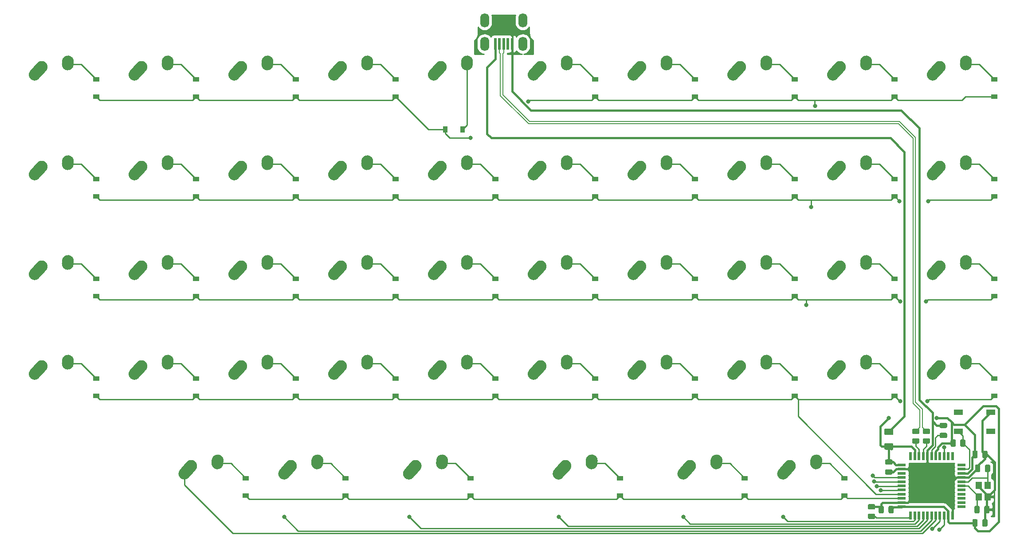
<source format=gbl>
%TF.GenerationSoftware,KiCad,Pcbnew,(5.1.12)-1*%
%TF.CreationDate,2022-01-03T12:53:35-05:00*%
%TF.ProjectId,my-keeb,6d792d6b-6565-4622-9e6b-696361645f70,rev?*%
%TF.SameCoordinates,Original*%
%TF.FileFunction,Copper,L2,Bot*%
%TF.FilePolarity,Positive*%
%FSLAX46Y46*%
G04 Gerber Fmt 4.6, Leading zero omitted, Abs format (unit mm)*
G04 Created by KiCad (PCBNEW (5.1.12)-1) date 2022-01-03 12:53:35*
%MOMM*%
%LPD*%
G01*
G04 APERTURE LIST*
%TA.AperFunction,SMDPad,CuDef*%
%ADD10R,0.900000X1.200000*%
%TD*%
%TA.AperFunction,ComponentPad*%
%ADD11C,2.250000*%
%TD*%
%TA.AperFunction,SMDPad,CuDef*%
%ADD12R,1.200000X1.400000*%
%TD*%
%TA.AperFunction,ComponentPad*%
%ADD13O,1.700000X2.700000*%
%TD*%
%TA.AperFunction,SMDPad,CuDef*%
%ADD14R,0.500000X2.250000*%
%TD*%
%TA.AperFunction,SMDPad,CuDef*%
%ADD15R,1.500000X0.550000*%
%TD*%
%TA.AperFunction,SMDPad,CuDef*%
%ADD16R,0.550000X1.500000*%
%TD*%
%TA.AperFunction,SMDPad,CuDef*%
%ADD17R,1.800000X1.100000*%
%TD*%
%TA.AperFunction,SMDPad,CuDef*%
%ADD18R,1.200000X0.900000*%
%TD*%
%TA.AperFunction,ViaPad*%
%ADD19C,0.800000*%
%TD*%
%TA.AperFunction,Conductor*%
%ADD20C,0.381000*%
%TD*%
%TA.AperFunction,Conductor*%
%ADD21C,0.254000*%
%TD*%
%TA.AperFunction,Conductor*%
%ADD22C,0.200000*%
%TD*%
%TA.AperFunction,Conductor*%
%ADD23C,0.100000*%
%TD*%
G04 APERTURE END LIST*
D10*
%TO.P,D19,2*%
%TO.N,Net-(D19-Pad2)*%
X100075000Y-30162500D03*
%TO.P,D19,1*%
%TO.N,ROW0*%
X96775000Y-30162500D03*
%TD*%
D11*
%TO.P,MX43,1*%
%TO.N,COL9*%
X191175000Y-18225000D03*
%TA.AperFunction,ComponentPad*%
G36*
G01*
X189113688Y-20522350D02*
X189113683Y-20522345D01*
G75*
G02*
X189027655Y-18933683I751317J837345D01*
G01*
X190337657Y-17473683D01*
G75*
G02*
X191926319Y-17387655I837345J-751317D01*
G01*
X191926319Y-17387655D01*
G75*
G02*
X192012347Y-18976317I-751317J-837345D01*
G01*
X190702345Y-20436317D01*
G75*
G02*
X189113683Y-20522345I-837345J751317D01*
G01*
G37*
%TD.AperFunction*%
%TO.P,MX43,2*%
%TO.N,Net-(D43-Pad2)*%
X196215000Y-17145000D03*
%TA.AperFunction,ComponentPad*%
G36*
G01*
X196098483Y-18847395D02*
X196097597Y-18847334D01*
G75*
G02*
X195052666Y-17647597I77403J1122334D01*
G01*
X195092666Y-17067597D01*
G75*
G02*
X196292403Y-16022666I1122334J-77403D01*
G01*
X196292403Y-16022666D01*
G75*
G02*
X197337334Y-17222403I-77403J-1122334D01*
G01*
X197297334Y-17802403D01*
G75*
G02*
X196097597Y-18847334I-1122334J77403D01*
G01*
G37*
%TD.AperFunction*%
%TD*%
%TO.P,R2,2*%
%TO.N,D+*%
%TA.AperFunction,SMDPad,CuDef*%
G36*
G01*
X189111352Y-88309500D02*
X188211348Y-88309500D01*
G75*
G02*
X187961350Y-88059502I0J249998D01*
G01*
X187961350Y-87534498D01*
G75*
G02*
X188211348Y-87284500I249998J0D01*
G01*
X189111352Y-87284500D01*
G75*
G02*
X189361350Y-87534498I0J-249998D01*
G01*
X189361350Y-88059502D01*
G75*
G02*
X189111352Y-88309500I-249998J0D01*
G01*
G37*
%TD.AperFunction*%
%TO.P,R2,1*%
%TO.N,DP*%
%TA.AperFunction,SMDPad,CuDef*%
G36*
G01*
X189111352Y-90134500D02*
X188211348Y-90134500D01*
G75*
G02*
X187961350Y-89884502I0J249998D01*
G01*
X187961350Y-89359498D01*
G75*
G02*
X188211348Y-89109500I249998J0D01*
G01*
X189111352Y-89109500D01*
G75*
G02*
X189361350Y-89359498I0J-249998D01*
G01*
X189361350Y-89884502D01*
G75*
G02*
X189111352Y-90134500I-249998J0D01*
G01*
G37*
%TD.AperFunction*%
%TD*%
D12*
%TO.P,Y1,4*%
%TO.N,GND*%
X200367000Y-100287000D03*
%TO.P,Y1,3*%
%TO.N,Net-(C4-Pad1)*%
X200367000Y-98087000D03*
%TO.P,Y1,2*%
%TO.N,GND*%
X198667000Y-98087000D03*
%TO.P,Y1,1*%
%TO.N,Net-(C3-Pad1)*%
X198667000Y-100287000D03*
%TD*%
D13*
%TO.P,USB1,6*%
%TO.N,Net-(USB1-Pad6)*%
X104300000Y-9271000D03*
X111600000Y-9271000D03*
X111600000Y-13771000D03*
X104300000Y-13771000D03*
D14*
%TO.P,USB1,5*%
%TO.N,VCC*%
X106350000Y-13771000D03*
%TO.P,USB1,4*%
%TO.N,D-*%
X107150000Y-13771000D03*
%TO.P,USB1,3*%
%TO.N,D+*%
X107950000Y-13771000D03*
%TO.P,USB1,2*%
%TO.N,Net-(USB1-Pad2)*%
X108750000Y-13771000D03*
%TO.P,USB1,1*%
%TO.N,GND*%
X109550000Y-13771000D03*
%TD*%
D15*
%TO.P,U1,44*%
%TO.N,+5V*%
X183942750Y-94202750D03*
%TO.P,U1,43*%
%TO.N,GND*%
X183942750Y-95002750D03*
%TO.P,U1,42*%
%TO.N,Net-(U1-Pad42)*%
X183942750Y-95802750D03*
%TO.P,U1,41*%
%TO.N,COL8*%
X183942750Y-96602750D03*
%TO.P,U1,40*%
%TO.N,ROW0*%
X183942750Y-97402750D03*
%TO.P,U1,39*%
%TO.N,ROW1*%
X183942750Y-98202750D03*
%TO.P,U1,38*%
%TO.N,ROW2*%
X183942750Y-99002750D03*
%TO.P,U1,37*%
%TO.N,ROW3*%
X183942750Y-99802750D03*
%TO.P,U1,36*%
%TO.N,ROW4*%
X183942750Y-100602750D03*
%TO.P,U1,35*%
%TO.N,GND*%
X183942750Y-101402750D03*
%TO.P,U1,34*%
%TO.N,+5V*%
X183942750Y-102202750D03*
D16*
%TO.P,U1,33*%
%TO.N,Net-(R4-Pad2)*%
X185642750Y-103902750D03*
%TO.P,U1,32*%
%TO.N,COL7*%
X186442750Y-103902750D03*
%TO.P,U1,31*%
%TO.N,COL6*%
X187242750Y-103902750D03*
%TO.P,U1,30*%
%TO.N,COL5*%
X188042750Y-103902750D03*
%TO.P,U1,29*%
%TO.N,COL4*%
X188842750Y-103902750D03*
%TO.P,U1,28*%
%TO.N,COL3*%
X189642750Y-103902750D03*
%TO.P,U1,27*%
%TO.N,COL2*%
X190442750Y-103902750D03*
%TO.P,U1,26*%
%TO.N,COL1*%
X191242750Y-103902750D03*
%TO.P,U1,25*%
%TO.N,COL0*%
X192042750Y-103902750D03*
%TO.P,U1,24*%
%TO.N,+5V*%
X192842750Y-103902750D03*
%TO.P,U1,23*%
%TO.N,GND*%
X193642750Y-103902750D03*
D15*
%TO.P,U1,22*%
%TO.N,Net-(U1-Pad22)*%
X195342750Y-102202750D03*
%TO.P,U1,21*%
%TO.N,Net-(U1-Pad21)*%
X195342750Y-101402750D03*
%TO.P,U1,20*%
%TO.N,Net-(U1-Pad20)*%
X195342750Y-100602750D03*
%TO.P,U1,19*%
%TO.N,Net-(U1-Pad19)*%
X195342750Y-99802750D03*
%TO.P,U1,18*%
%TO.N,Net-(U1-Pad18)*%
X195342750Y-99002750D03*
%TO.P,U1,17*%
%TO.N,Net-(C3-Pad1)*%
X195342750Y-98202750D03*
%TO.P,U1,16*%
%TO.N,Net-(C4-Pad1)*%
X195342750Y-97402750D03*
%TO.P,U1,15*%
%TO.N,GND*%
X195342750Y-96602750D03*
%TO.P,U1,14*%
%TO.N,+5V*%
X195342750Y-95802750D03*
%TO.P,U1,13*%
%TO.N,Net-(R3-Pad2)*%
X195342750Y-95002750D03*
%TO.P,U1,12*%
%TO.N,Net-(U1-Pad12)*%
X195342750Y-94202750D03*
D16*
%TO.P,U1,11*%
%TO.N,Net-(U1-Pad11)*%
X193642750Y-92502750D03*
%TO.P,U1,10*%
%TO.N,Net-(U1-Pad10)*%
X192842750Y-92502750D03*
%TO.P,U1,9*%
%TO.N,COL9*%
X192042750Y-92502750D03*
%TO.P,U1,8*%
%TO.N,Net-(U1-Pad8)*%
X191242750Y-92502750D03*
%TO.P,U1,7*%
%TO.N,+5V*%
X190442750Y-92502750D03*
%TO.P,U1,6*%
%TO.N,Net-(C6-Pad1)*%
X189642750Y-92502750D03*
%TO.P,U1,5*%
%TO.N,GND*%
X188842750Y-92502750D03*
%TO.P,U1,4*%
%TO.N,DP*%
X188042750Y-92502750D03*
%TO.P,U1,3*%
%TO.N,DN*%
X187242750Y-92502750D03*
%TO.P,U1,2*%
%TO.N,+5V*%
X186442750Y-92502750D03*
%TO.P,U1,1*%
%TO.N,Net-(U1-Pad1)*%
X185642750Y-92502750D03*
%TD*%
D17*
%TO.P,SW1,4*%
%TO.N,N/C*%
X194766000Y-84129000D03*
%TO.P,SW1,3*%
X200966000Y-87829000D03*
%TO.P,SW1,2*%
%TO.N,Net-(R3-Pad2)*%
X194766000Y-87829000D03*
%TO.P,SW1,1*%
%TO.N,GND*%
X200966000Y-84129000D03*
%TD*%
%TO.P,R4,2*%
%TO.N,Net-(R4-Pad2)*%
%TA.AperFunction,SMDPad,CuDef*%
G36*
G01*
X177730998Y-103524000D02*
X178631002Y-103524000D01*
G75*
G02*
X178881000Y-103773998I0J-249998D01*
G01*
X178881000Y-104299002D01*
G75*
G02*
X178631002Y-104549000I-249998J0D01*
G01*
X177730998Y-104549000D01*
G75*
G02*
X177481000Y-104299002I0J249998D01*
G01*
X177481000Y-103773998D01*
G75*
G02*
X177730998Y-103524000I249998J0D01*
G01*
G37*
%TD.AperFunction*%
%TO.P,R4,1*%
%TO.N,GND*%
%TA.AperFunction,SMDPad,CuDef*%
G36*
G01*
X177730998Y-101699000D02*
X178631002Y-101699000D01*
G75*
G02*
X178881000Y-101948998I0J-249998D01*
G01*
X178881000Y-102474002D01*
G75*
G02*
X178631002Y-102724000I-249998J0D01*
G01*
X177730998Y-102724000D01*
G75*
G02*
X177481000Y-102474002I0J249998D01*
G01*
X177481000Y-101948998D01*
G75*
G02*
X177730998Y-101699000I249998J0D01*
G01*
G37*
%TD.AperFunction*%
%TD*%
%TO.P,R3,2*%
%TO.N,Net-(R3-Pad2)*%
%TA.AperFunction,SMDPad,CuDef*%
G36*
G01*
X195091000Y-90493002D02*
X195091000Y-89592998D01*
G75*
G02*
X195340998Y-89343000I249998J0D01*
G01*
X195866002Y-89343000D01*
G75*
G02*
X196116000Y-89592998I0J-249998D01*
G01*
X196116000Y-90493002D01*
G75*
G02*
X195866002Y-90743000I-249998J0D01*
G01*
X195340998Y-90743000D01*
G75*
G02*
X195091000Y-90493002I0J249998D01*
G01*
G37*
%TD.AperFunction*%
%TO.P,R3,1*%
%TO.N,+5V*%
%TA.AperFunction,SMDPad,CuDef*%
G36*
G01*
X193266000Y-90493002D02*
X193266000Y-89592998D01*
G75*
G02*
X193515998Y-89343000I249998J0D01*
G01*
X194041002Y-89343000D01*
G75*
G02*
X194291000Y-89592998I0J-249998D01*
G01*
X194291000Y-90493002D01*
G75*
G02*
X194041002Y-90743000I-249998J0D01*
G01*
X193515998Y-90743000D01*
G75*
G02*
X193266000Y-90493002I0J249998D01*
G01*
G37*
%TD.AperFunction*%
%TD*%
%TO.P,R1,2*%
%TO.N,D-*%
%TA.AperFunction,SMDPad,CuDef*%
G36*
G01*
X187079352Y-88309500D02*
X186179348Y-88309500D01*
G75*
G02*
X185929350Y-88059502I0J249998D01*
G01*
X185929350Y-87534498D01*
G75*
G02*
X186179348Y-87284500I249998J0D01*
G01*
X187079352Y-87284500D01*
G75*
G02*
X187329350Y-87534498I0J-249998D01*
G01*
X187329350Y-88059502D01*
G75*
G02*
X187079352Y-88309500I-249998J0D01*
G01*
G37*
%TD.AperFunction*%
%TO.P,R1,1*%
%TO.N,DN*%
%TA.AperFunction,SMDPad,CuDef*%
G36*
G01*
X187079352Y-90134500D02*
X186179348Y-90134500D01*
G75*
G02*
X185929350Y-89884502I0J249998D01*
G01*
X185929350Y-89359498D01*
G75*
G02*
X186179348Y-89109500I249998J0D01*
G01*
X187079352Y-89109500D01*
G75*
G02*
X187329350Y-89359498I0J-249998D01*
G01*
X187329350Y-89884502D01*
G75*
G02*
X187079352Y-90134500I-249998J0D01*
G01*
G37*
%TD.AperFunction*%
%TD*%
D11*
%TO.P,MX46,1*%
%TO.N,COL9*%
X191175000Y-75375000D03*
%TA.AperFunction,ComponentPad*%
G36*
G01*
X189113688Y-77672350D02*
X189113683Y-77672345D01*
G75*
G02*
X189027655Y-76083683I751317J837345D01*
G01*
X190337657Y-74623683D01*
G75*
G02*
X191926319Y-74537655I837345J-751317D01*
G01*
X191926319Y-74537655D01*
G75*
G02*
X192012347Y-76126317I-751317J-837345D01*
G01*
X190702345Y-77586317D01*
G75*
G02*
X189113683Y-77672345I-837345J751317D01*
G01*
G37*
%TD.AperFunction*%
%TO.P,MX46,2*%
%TO.N,Net-(D46-Pad2)*%
X196215000Y-74295000D03*
%TA.AperFunction,ComponentPad*%
G36*
G01*
X196098483Y-75997395D02*
X196097597Y-75997334D01*
G75*
G02*
X195052666Y-74797597I77403J1122334D01*
G01*
X195092666Y-74217597D01*
G75*
G02*
X196292403Y-73172666I1122334J-77403D01*
G01*
X196292403Y-73172666D01*
G75*
G02*
X197337334Y-74372403I-77403J-1122334D01*
G01*
X197297334Y-74952403D01*
G75*
G02*
X196097597Y-75997334I-1122334J77403D01*
G01*
G37*
%TD.AperFunction*%
%TD*%
%TO.P,MX45,1*%
%TO.N,COL9*%
X191175000Y-56325000D03*
%TA.AperFunction,ComponentPad*%
G36*
G01*
X189113688Y-58622350D02*
X189113683Y-58622345D01*
G75*
G02*
X189027655Y-57033683I751317J837345D01*
G01*
X190337657Y-55573683D01*
G75*
G02*
X191926319Y-55487655I837345J-751317D01*
G01*
X191926319Y-55487655D01*
G75*
G02*
X192012347Y-57076317I-751317J-837345D01*
G01*
X190702345Y-58536317D01*
G75*
G02*
X189113683Y-58622345I-837345J751317D01*
G01*
G37*
%TD.AperFunction*%
%TO.P,MX45,2*%
%TO.N,Net-(D45-Pad2)*%
X196215000Y-55245000D03*
%TA.AperFunction,ComponentPad*%
G36*
G01*
X196098483Y-56947395D02*
X196097597Y-56947334D01*
G75*
G02*
X195052666Y-55747597I77403J1122334D01*
G01*
X195092666Y-55167597D01*
G75*
G02*
X196292403Y-54122666I1122334J-77403D01*
G01*
X196292403Y-54122666D01*
G75*
G02*
X197337334Y-55322403I-77403J-1122334D01*
G01*
X197297334Y-55902403D01*
G75*
G02*
X196097597Y-56947334I-1122334J77403D01*
G01*
G37*
%TD.AperFunction*%
%TD*%
%TO.P,MX44,1*%
%TO.N,COL9*%
X191175000Y-37275000D03*
%TA.AperFunction,ComponentPad*%
G36*
G01*
X189113688Y-39572350D02*
X189113683Y-39572345D01*
G75*
G02*
X189027655Y-37983683I751317J837345D01*
G01*
X190337657Y-36523683D01*
G75*
G02*
X191926319Y-36437655I837345J-751317D01*
G01*
X191926319Y-36437655D01*
G75*
G02*
X192012347Y-38026317I-751317J-837345D01*
G01*
X190702345Y-39486317D01*
G75*
G02*
X189113683Y-39572345I-837345J751317D01*
G01*
G37*
%TD.AperFunction*%
%TO.P,MX44,2*%
%TO.N,Net-(D44-Pad2)*%
X196215000Y-36195000D03*
%TA.AperFunction,ComponentPad*%
G36*
G01*
X196098483Y-37897395D02*
X196097597Y-37897334D01*
G75*
G02*
X195052666Y-36697597I77403J1122334D01*
G01*
X195092666Y-36117597D01*
G75*
G02*
X196292403Y-35072666I1122334J-77403D01*
G01*
X196292403Y-35072666D01*
G75*
G02*
X197337334Y-36272403I-77403J-1122334D01*
G01*
X197297334Y-36852403D01*
G75*
G02*
X196097597Y-37897334I-1122334J77403D01*
G01*
G37*
%TD.AperFunction*%
%TD*%
%TO.P,MX42,1*%
%TO.N,COL8*%
X172125000Y-75375000D03*
%TA.AperFunction,ComponentPad*%
G36*
G01*
X170063688Y-77672350D02*
X170063683Y-77672345D01*
G75*
G02*
X169977655Y-76083683I751317J837345D01*
G01*
X171287657Y-74623683D01*
G75*
G02*
X172876319Y-74537655I837345J-751317D01*
G01*
X172876319Y-74537655D01*
G75*
G02*
X172962347Y-76126317I-751317J-837345D01*
G01*
X171652345Y-77586317D01*
G75*
G02*
X170063683Y-77672345I-837345J751317D01*
G01*
G37*
%TD.AperFunction*%
%TO.P,MX42,2*%
%TO.N,Net-(D42-Pad2)*%
X177165000Y-74295000D03*
%TA.AperFunction,ComponentPad*%
G36*
G01*
X177048483Y-75997395D02*
X177047597Y-75997334D01*
G75*
G02*
X176002666Y-74797597I77403J1122334D01*
G01*
X176042666Y-74217597D01*
G75*
G02*
X177242403Y-73172666I1122334J-77403D01*
G01*
X177242403Y-73172666D01*
G75*
G02*
X178287334Y-74372403I-77403J-1122334D01*
G01*
X178247334Y-74952403D01*
G75*
G02*
X177047597Y-75997334I-1122334J77403D01*
G01*
G37*
%TD.AperFunction*%
%TD*%
%TO.P,MX41,1*%
%TO.N,COL8*%
X172125000Y-56325000D03*
%TA.AperFunction,ComponentPad*%
G36*
G01*
X170063688Y-58622350D02*
X170063683Y-58622345D01*
G75*
G02*
X169977655Y-57033683I751317J837345D01*
G01*
X171287657Y-55573683D01*
G75*
G02*
X172876319Y-55487655I837345J-751317D01*
G01*
X172876319Y-55487655D01*
G75*
G02*
X172962347Y-57076317I-751317J-837345D01*
G01*
X171652345Y-58536317D01*
G75*
G02*
X170063683Y-58622345I-837345J751317D01*
G01*
G37*
%TD.AperFunction*%
%TO.P,MX41,2*%
%TO.N,Net-(D41-Pad2)*%
X177165000Y-55245000D03*
%TA.AperFunction,ComponentPad*%
G36*
G01*
X177048483Y-56947395D02*
X177047597Y-56947334D01*
G75*
G02*
X176002666Y-55747597I77403J1122334D01*
G01*
X176042666Y-55167597D01*
G75*
G02*
X177242403Y-54122666I1122334J-77403D01*
G01*
X177242403Y-54122666D01*
G75*
G02*
X178287334Y-55322403I-77403J-1122334D01*
G01*
X178247334Y-55902403D01*
G75*
G02*
X177047597Y-56947334I-1122334J77403D01*
G01*
G37*
%TD.AperFunction*%
%TD*%
%TO.P,MX40,1*%
%TO.N,COL8*%
X172125000Y-37275000D03*
%TA.AperFunction,ComponentPad*%
G36*
G01*
X170063688Y-39572350D02*
X170063683Y-39572345D01*
G75*
G02*
X169977655Y-37983683I751317J837345D01*
G01*
X171287657Y-36523683D01*
G75*
G02*
X172876319Y-36437655I837345J-751317D01*
G01*
X172876319Y-36437655D01*
G75*
G02*
X172962347Y-38026317I-751317J-837345D01*
G01*
X171652345Y-39486317D01*
G75*
G02*
X170063683Y-39572345I-837345J751317D01*
G01*
G37*
%TD.AperFunction*%
%TO.P,MX40,2*%
%TO.N,Net-(D40-Pad2)*%
X177165000Y-36195000D03*
%TA.AperFunction,ComponentPad*%
G36*
G01*
X177048483Y-37897395D02*
X177047597Y-37897334D01*
G75*
G02*
X176002666Y-36697597I77403J1122334D01*
G01*
X176042666Y-36117597D01*
G75*
G02*
X177242403Y-35072666I1122334J-77403D01*
G01*
X177242403Y-35072666D01*
G75*
G02*
X178287334Y-36272403I-77403J-1122334D01*
G01*
X178247334Y-36852403D01*
G75*
G02*
X177047597Y-37897334I-1122334J77403D01*
G01*
G37*
%TD.AperFunction*%
%TD*%
%TO.P,MX39,1*%
%TO.N,COL8*%
X172125000Y-18225000D03*
%TA.AperFunction,ComponentPad*%
G36*
G01*
X170063688Y-20522350D02*
X170063683Y-20522345D01*
G75*
G02*
X169977655Y-18933683I751317J837345D01*
G01*
X171287657Y-17473683D01*
G75*
G02*
X172876319Y-17387655I837345J-751317D01*
G01*
X172876319Y-17387655D01*
G75*
G02*
X172962347Y-18976317I-751317J-837345D01*
G01*
X171652345Y-20436317D01*
G75*
G02*
X170063683Y-20522345I-837345J751317D01*
G01*
G37*
%TD.AperFunction*%
%TO.P,MX39,2*%
%TO.N,Net-(D39-Pad2)*%
X177165000Y-17145000D03*
%TA.AperFunction,ComponentPad*%
G36*
G01*
X177048483Y-18847395D02*
X177047597Y-18847334D01*
G75*
G02*
X176002666Y-17647597I77403J1122334D01*
G01*
X176042666Y-17067597D01*
G75*
G02*
X177242403Y-16022666I1122334J-77403D01*
G01*
X177242403Y-16022666D01*
G75*
G02*
X178287334Y-17222403I-77403J-1122334D01*
G01*
X178247334Y-17802403D01*
G75*
G02*
X177047597Y-18847334I-1122334J77403D01*
G01*
G37*
%TD.AperFunction*%
%TD*%
%TO.P,MX38,1*%
%TO.N,COL7*%
X162600000Y-94425000D03*
%TA.AperFunction,ComponentPad*%
G36*
G01*
X160538688Y-96722350D02*
X160538683Y-96722345D01*
G75*
G02*
X160452655Y-95133683I751317J837345D01*
G01*
X161762657Y-93673683D01*
G75*
G02*
X163351319Y-93587655I837345J-751317D01*
G01*
X163351319Y-93587655D01*
G75*
G02*
X163437347Y-95176317I-751317J-837345D01*
G01*
X162127345Y-96636317D01*
G75*
G02*
X160538683Y-96722345I-837345J751317D01*
G01*
G37*
%TD.AperFunction*%
%TO.P,MX38,2*%
%TO.N,Net-(D38-Pad2)*%
X167640000Y-93345000D03*
%TA.AperFunction,ComponentPad*%
G36*
G01*
X167523483Y-95047395D02*
X167522597Y-95047334D01*
G75*
G02*
X166477666Y-93847597I77403J1122334D01*
G01*
X166517666Y-93267597D01*
G75*
G02*
X167717403Y-92222666I1122334J-77403D01*
G01*
X167717403Y-92222666D01*
G75*
G02*
X168762334Y-93422403I-77403J-1122334D01*
G01*
X168722334Y-94002403D01*
G75*
G02*
X167522597Y-95047334I-1122334J77403D01*
G01*
G37*
%TD.AperFunction*%
%TD*%
%TO.P,MX37,1*%
%TO.N,COL7*%
X153075000Y-75375000D03*
%TA.AperFunction,ComponentPad*%
G36*
G01*
X151013688Y-77672350D02*
X151013683Y-77672345D01*
G75*
G02*
X150927655Y-76083683I751317J837345D01*
G01*
X152237657Y-74623683D01*
G75*
G02*
X153826319Y-74537655I837345J-751317D01*
G01*
X153826319Y-74537655D01*
G75*
G02*
X153912347Y-76126317I-751317J-837345D01*
G01*
X152602345Y-77586317D01*
G75*
G02*
X151013683Y-77672345I-837345J751317D01*
G01*
G37*
%TD.AperFunction*%
%TO.P,MX37,2*%
%TO.N,Net-(D37-Pad2)*%
X158115000Y-74295000D03*
%TA.AperFunction,ComponentPad*%
G36*
G01*
X157998483Y-75997395D02*
X157997597Y-75997334D01*
G75*
G02*
X156952666Y-74797597I77403J1122334D01*
G01*
X156992666Y-74217597D01*
G75*
G02*
X158192403Y-73172666I1122334J-77403D01*
G01*
X158192403Y-73172666D01*
G75*
G02*
X159237334Y-74372403I-77403J-1122334D01*
G01*
X159197334Y-74952403D01*
G75*
G02*
X157997597Y-75997334I-1122334J77403D01*
G01*
G37*
%TD.AperFunction*%
%TD*%
%TO.P,MX36,1*%
%TO.N,COL7*%
X153075000Y-56325000D03*
%TA.AperFunction,ComponentPad*%
G36*
G01*
X151013688Y-58622350D02*
X151013683Y-58622345D01*
G75*
G02*
X150927655Y-57033683I751317J837345D01*
G01*
X152237657Y-55573683D01*
G75*
G02*
X153826319Y-55487655I837345J-751317D01*
G01*
X153826319Y-55487655D01*
G75*
G02*
X153912347Y-57076317I-751317J-837345D01*
G01*
X152602345Y-58536317D01*
G75*
G02*
X151013683Y-58622345I-837345J751317D01*
G01*
G37*
%TD.AperFunction*%
%TO.P,MX36,2*%
%TO.N,Net-(D36-Pad2)*%
X158115000Y-55245000D03*
%TA.AperFunction,ComponentPad*%
G36*
G01*
X157998483Y-56947395D02*
X157997597Y-56947334D01*
G75*
G02*
X156952666Y-55747597I77403J1122334D01*
G01*
X156992666Y-55167597D01*
G75*
G02*
X158192403Y-54122666I1122334J-77403D01*
G01*
X158192403Y-54122666D01*
G75*
G02*
X159237334Y-55322403I-77403J-1122334D01*
G01*
X159197334Y-55902403D01*
G75*
G02*
X157997597Y-56947334I-1122334J77403D01*
G01*
G37*
%TD.AperFunction*%
%TD*%
%TO.P,MX35,1*%
%TO.N,COL7*%
X153075000Y-37275000D03*
%TA.AperFunction,ComponentPad*%
G36*
G01*
X151013688Y-39572350D02*
X151013683Y-39572345D01*
G75*
G02*
X150927655Y-37983683I751317J837345D01*
G01*
X152237657Y-36523683D01*
G75*
G02*
X153826319Y-36437655I837345J-751317D01*
G01*
X153826319Y-36437655D01*
G75*
G02*
X153912347Y-38026317I-751317J-837345D01*
G01*
X152602345Y-39486317D01*
G75*
G02*
X151013683Y-39572345I-837345J751317D01*
G01*
G37*
%TD.AperFunction*%
%TO.P,MX35,2*%
%TO.N,Net-(D35-Pad2)*%
X158115000Y-36195000D03*
%TA.AperFunction,ComponentPad*%
G36*
G01*
X157998483Y-37897395D02*
X157997597Y-37897334D01*
G75*
G02*
X156952666Y-36697597I77403J1122334D01*
G01*
X156992666Y-36117597D01*
G75*
G02*
X158192403Y-35072666I1122334J-77403D01*
G01*
X158192403Y-35072666D01*
G75*
G02*
X159237334Y-36272403I-77403J-1122334D01*
G01*
X159197334Y-36852403D01*
G75*
G02*
X157997597Y-37897334I-1122334J77403D01*
G01*
G37*
%TD.AperFunction*%
%TD*%
%TO.P,MX34,1*%
%TO.N,COL7*%
X153075000Y-18225000D03*
%TA.AperFunction,ComponentPad*%
G36*
G01*
X151013688Y-20522350D02*
X151013683Y-20522345D01*
G75*
G02*
X150927655Y-18933683I751317J837345D01*
G01*
X152237657Y-17473683D01*
G75*
G02*
X153826319Y-17387655I837345J-751317D01*
G01*
X153826319Y-17387655D01*
G75*
G02*
X153912347Y-18976317I-751317J-837345D01*
G01*
X152602345Y-20436317D01*
G75*
G02*
X151013683Y-20522345I-837345J751317D01*
G01*
G37*
%TD.AperFunction*%
%TO.P,MX34,2*%
%TO.N,Net-(D34-Pad2)*%
X158115000Y-17145000D03*
%TA.AperFunction,ComponentPad*%
G36*
G01*
X157998483Y-18847395D02*
X157997597Y-18847334D01*
G75*
G02*
X156952666Y-17647597I77403J1122334D01*
G01*
X156992666Y-17067597D01*
G75*
G02*
X158192403Y-16022666I1122334J-77403D01*
G01*
X158192403Y-16022666D01*
G75*
G02*
X159237334Y-17222403I-77403J-1122334D01*
G01*
X159197334Y-17802403D01*
G75*
G02*
X157997597Y-18847334I-1122334J77403D01*
G01*
G37*
%TD.AperFunction*%
%TD*%
%TO.P,MX33,1*%
%TO.N,COL6*%
X143550000Y-94425000D03*
%TA.AperFunction,ComponentPad*%
G36*
G01*
X141488688Y-96722350D02*
X141488683Y-96722345D01*
G75*
G02*
X141402655Y-95133683I751317J837345D01*
G01*
X142712657Y-93673683D01*
G75*
G02*
X144301319Y-93587655I837345J-751317D01*
G01*
X144301319Y-93587655D01*
G75*
G02*
X144387347Y-95176317I-751317J-837345D01*
G01*
X143077345Y-96636317D01*
G75*
G02*
X141488683Y-96722345I-837345J751317D01*
G01*
G37*
%TD.AperFunction*%
%TO.P,MX33,2*%
%TO.N,Net-(D33-Pad2)*%
X148590000Y-93345000D03*
%TA.AperFunction,ComponentPad*%
G36*
G01*
X148473483Y-95047395D02*
X148472597Y-95047334D01*
G75*
G02*
X147427666Y-93847597I77403J1122334D01*
G01*
X147467666Y-93267597D01*
G75*
G02*
X148667403Y-92222666I1122334J-77403D01*
G01*
X148667403Y-92222666D01*
G75*
G02*
X149712334Y-93422403I-77403J-1122334D01*
G01*
X149672334Y-94002403D01*
G75*
G02*
X148472597Y-95047334I-1122334J77403D01*
G01*
G37*
%TD.AperFunction*%
%TD*%
%TO.P,MX32,1*%
%TO.N,COL6*%
X134025000Y-75375000D03*
%TA.AperFunction,ComponentPad*%
G36*
G01*
X131963688Y-77672350D02*
X131963683Y-77672345D01*
G75*
G02*
X131877655Y-76083683I751317J837345D01*
G01*
X133187657Y-74623683D01*
G75*
G02*
X134776319Y-74537655I837345J-751317D01*
G01*
X134776319Y-74537655D01*
G75*
G02*
X134862347Y-76126317I-751317J-837345D01*
G01*
X133552345Y-77586317D01*
G75*
G02*
X131963683Y-77672345I-837345J751317D01*
G01*
G37*
%TD.AperFunction*%
%TO.P,MX32,2*%
%TO.N,Net-(D32-Pad2)*%
X139065000Y-74295000D03*
%TA.AperFunction,ComponentPad*%
G36*
G01*
X138948483Y-75997395D02*
X138947597Y-75997334D01*
G75*
G02*
X137902666Y-74797597I77403J1122334D01*
G01*
X137942666Y-74217597D01*
G75*
G02*
X139142403Y-73172666I1122334J-77403D01*
G01*
X139142403Y-73172666D01*
G75*
G02*
X140187334Y-74372403I-77403J-1122334D01*
G01*
X140147334Y-74952403D01*
G75*
G02*
X138947597Y-75997334I-1122334J77403D01*
G01*
G37*
%TD.AperFunction*%
%TD*%
%TO.P,MX31,1*%
%TO.N,COL6*%
X134025000Y-56325000D03*
%TA.AperFunction,ComponentPad*%
G36*
G01*
X131963688Y-58622350D02*
X131963683Y-58622345D01*
G75*
G02*
X131877655Y-57033683I751317J837345D01*
G01*
X133187657Y-55573683D01*
G75*
G02*
X134776319Y-55487655I837345J-751317D01*
G01*
X134776319Y-55487655D01*
G75*
G02*
X134862347Y-57076317I-751317J-837345D01*
G01*
X133552345Y-58536317D01*
G75*
G02*
X131963683Y-58622345I-837345J751317D01*
G01*
G37*
%TD.AperFunction*%
%TO.P,MX31,2*%
%TO.N,Net-(D31-Pad2)*%
X139065000Y-55245000D03*
%TA.AperFunction,ComponentPad*%
G36*
G01*
X138948483Y-56947395D02*
X138947597Y-56947334D01*
G75*
G02*
X137902666Y-55747597I77403J1122334D01*
G01*
X137942666Y-55167597D01*
G75*
G02*
X139142403Y-54122666I1122334J-77403D01*
G01*
X139142403Y-54122666D01*
G75*
G02*
X140187334Y-55322403I-77403J-1122334D01*
G01*
X140147334Y-55902403D01*
G75*
G02*
X138947597Y-56947334I-1122334J77403D01*
G01*
G37*
%TD.AperFunction*%
%TD*%
%TO.P,MX30,1*%
%TO.N,COL6*%
X134025000Y-37275000D03*
%TA.AperFunction,ComponentPad*%
G36*
G01*
X131963688Y-39572350D02*
X131963683Y-39572345D01*
G75*
G02*
X131877655Y-37983683I751317J837345D01*
G01*
X133187657Y-36523683D01*
G75*
G02*
X134776319Y-36437655I837345J-751317D01*
G01*
X134776319Y-36437655D01*
G75*
G02*
X134862347Y-38026317I-751317J-837345D01*
G01*
X133552345Y-39486317D01*
G75*
G02*
X131963683Y-39572345I-837345J751317D01*
G01*
G37*
%TD.AperFunction*%
%TO.P,MX30,2*%
%TO.N,Net-(D30-Pad2)*%
X139065000Y-36195000D03*
%TA.AperFunction,ComponentPad*%
G36*
G01*
X138948483Y-37897395D02*
X138947597Y-37897334D01*
G75*
G02*
X137902666Y-36697597I77403J1122334D01*
G01*
X137942666Y-36117597D01*
G75*
G02*
X139142403Y-35072666I1122334J-77403D01*
G01*
X139142403Y-35072666D01*
G75*
G02*
X140187334Y-36272403I-77403J-1122334D01*
G01*
X140147334Y-36852403D01*
G75*
G02*
X138947597Y-37897334I-1122334J77403D01*
G01*
G37*
%TD.AperFunction*%
%TD*%
%TO.P,MX29,1*%
%TO.N,COL6*%
X134025000Y-18225000D03*
%TA.AperFunction,ComponentPad*%
G36*
G01*
X131963688Y-20522350D02*
X131963683Y-20522345D01*
G75*
G02*
X131877655Y-18933683I751317J837345D01*
G01*
X133187657Y-17473683D01*
G75*
G02*
X134776319Y-17387655I837345J-751317D01*
G01*
X134776319Y-17387655D01*
G75*
G02*
X134862347Y-18976317I-751317J-837345D01*
G01*
X133552345Y-20436317D01*
G75*
G02*
X131963683Y-20522345I-837345J751317D01*
G01*
G37*
%TD.AperFunction*%
%TO.P,MX29,2*%
%TO.N,Net-(D29-Pad2)*%
X139065000Y-17145000D03*
%TA.AperFunction,ComponentPad*%
G36*
G01*
X138948483Y-18847395D02*
X138947597Y-18847334D01*
G75*
G02*
X137902666Y-17647597I77403J1122334D01*
G01*
X137942666Y-17067597D01*
G75*
G02*
X139142403Y-16022666I1122334J-77403D01*
G01*
X139142403Y-16022666D01*
G75*
G02*
X140187334Y-17222403I-77403J-1122334D01*
G01*
X140147334Y-17802403D01*
G75*
G02*
X138947597Y-18847334I-1122334J77403D01*
G01*
G37*
%TD.AperFunction*%
%TD*%
%TO.P,MX28,1*%
%TO.N,COL5*%
X119737500Y-94425000D03*
%TA.AperFunction,ComponentPad*%
G36*
G01*
X117676188Y-96722350D02*
X117676183Y-96722345D01*
G75*
G02*
X117590155Y-95133683I751317J837345D01*
G01*
X118900157Y-93673683D01*
G75*
G02*
X120488819Y-93587655I837345J-751317D01*
G01*
X120488819Y-93587655D01*
G75*
G02*
X120574847Y-95176317I-751317J-837345D01*
G01*
X119264845Y-96636317D01*
G75*
G02*
X117676183Y-96722345I-837345J751317D01*
G01*
G37*
%TD.AperFunction*%
%TO.P,MX28,2*%
%TO.N,Net-(D28-Pad2)*%
X124777500Y-93345000D03*
%TA.AperFunction,ComponentPad*%
G36*
G01*
X124660983Y-95047395D02*
X124660097Y-95047334D01*
G75*
G02*
X123615166Y-93847597I77403J1122334D01*
G01*
X123655166Y-93267597D01*
G75*
G02*
X124854903Y-92222666I1122334J-77403D01*
G01*
X124854903Y-92222666D01*
G75*
G02*
X125899834Y-93422403I-77403J-1122334D01*
G01*
X125859834Y-94002403D01*
G75*
G02*
X124660097Y-95047334I-1122334J77403D01*
G01*
G37*
%TD.AperFunction*%
%TD*%
%TO.P,MX27,1*%
%TO.N,COL5*%
X114975000Y-75375000D03*
%TA.AperFunction,ComponentPad*%
G36*
G01*
X112913688Y-77672350D02*
X112913683Y-77672345D01*
G75*
G02*
X112827655Y-76083683I751317J837345D01*
G01*
X114137657Y-74623683D01*
G75*
G02*
X115726319Y-74537655I837345J-751317D01*
G01*
X115726319Y-74537655D01*
G75*
G02*
X115812347Y-76126317I-751317J-837345D01*
G01*
X114502345Y-77586317D01*
G75*
G02*
X112913683Y-77672345I-837345J751317D01*
G01*
G37*
%TD.AperFunction*%
%TO.P,MX27,2*%
%TO.N,Net-(D27-Pad2)*%
X120015000Y-74295000D03*
%TA.AperFunction,ComponentPad*%
G36*
G01*
X119898483Y-75997395D02*
X119897597Y-75997334D01*
G75*
G02*
X118852666Y-74797597I77403J1122334D01*
G01*
X118892666Y-74217597D01*
G75*
G02*
X120092403Y-73172666I1122334J-77403D01*
G01*
X120092403Y-73172666D01*
G75*
G02*
X121137334Y-74372403I-77403J-1122334D01*
G01*
X121097334Y-74952403D01*
G75*
G02*
X119897597Y-75997334I-1122334J77403D01*
G01*
G37*
%TD.AperFunction*%
%TD*%
%TO.P,MX26,1*%
%TO.N,COL5*%
X114975000Y-56325000D03*
%TA.AperFunction,ComponentPad*%
G36*
G01*
X112913688Y-58622350D02*
X112913683Y-58622345D01*
G75*
G02*
X112827655Y-57033683I751317J837345D01*
G01*
X114137657Y-55573683D01*
G75*
G02*
X115726319Y-55487655I837345J-751317D01*
G01*
X115726319Y-55487655D01*
G75*
G02*
X115812347Y-57076317I-751317J-837345D01*
G01*
X114502345Y-58536317D01*
G75*
G02*
X112913683Y-58622345I-837345J751317D01*
G01*
G37*
%TD.AperFunction*%
%TO.P,MX26,2*%
%TO.N,Net-(D26-Pad2)*%
X120015000Y-55245000D03*
%TA.AperFunction,ComponentPad*%
G36*
G01*
X119898483Y-56947395D02*
X119897597Y-56947334D01*
G75*
G02*
X118852666Y-55747597I77403J1122334D01*
G01*
X118892666Y-55167597D01*
G75*
G02*
X120092403Y-54122666I1122334J-77403D01*
G01*
X120092403Y-54122666D01*
G75*
G02*
X121137334Y-55322403I-77403J-1122334D01*
G01*
X121097334Y-55902403D01*
G75*
G02*
X119897597Y-56947334I-1122334J77403D01*
G01*
G37*
%TD.AperFunction*%
%TD*%
%TO.P,MX25,1*%
%TO.N,COL5*%
X114975000Y-37275000D03*
%TA.AperFunction,ComponentPad*%
G36*
G01*
X112913688Y-39572350D02*
X112913683Y-39572345D01*
G75*
G02*
X112827655Y-37983683I751317J837345D01*
G01*
X114137657Y-36523683D01*
G75*
G02*
X115726319Y-36437655I837345J-751317D01*
G01*
X115726319Y-36437655D01*
G75*
G02*
X115812347Y-38026317I-751317J-837345D01*
G01*
X114502345Y-39486317D01*
G75*
G02*
X112913683Y-39572345I-837345J751317D01*
G01*
G37*
%TD.AperFunction*%
%TO.P,MX25,2*%
%TO.N,Net-(D25-Pad2)*%
X120015000Y-36195000D03*
%TA.AperFunction,ComponentPad*%
G36*
G01*
X119898483Y-37897395D02*
X119897597Y-37897334D01*
G75*
G02*
X118852666Y-36697597I77403J1122334D01*
G01*
X118892666Y-36117597D01*
G75*
G02*
X120092403Y-35072666I1122334J-77403D01*
G01*
X120092403Y-35072666D01*
G75*
G02*
X121137334Y-36272403I-77403J-1122334D01*
G01*
X121097334Y-36852403D01*
G75*
G02*
X119897597Y-37897334I-1122334J77403D01*
G01*
G37*
%TD.AperFunction*%
%TD*%
%TO.P,MX24,1*%
%TO.N,COL5*%
X114975000Y-18225000D03*
%TA.AperFunction,ComponentPad*%
G36*
G01*
X112913688Y-20522350D02*
X112913683Y-20522345D01*
G75*
G02*
X112827655Y-18933683I751317J837345D01*
G01*
X114137657Y-17473683D01*
G75*
G02*
X115726319Y-17387655I837345J-751317D01*
G01*
X115726319Y-17387655D01*
G75*
G02*
X115812347Y-18976317I-751317J-837345D01*
G01*
X114502345Y-20436317D01*
G75*
G02*
X112913683Y-20522345I-837345J751317D01*
G01*
G37*
%TD.AperFunction*%
%TO.P,MX24,2*%
%TO.N,Net-(D24-Pad2)*%
X120015000Y-17145000D03*
%TA.AperFunction,ComponentPad*%
G36*
G01*
X119898483Y-18847395D02*
X119897597Y-18847334D01*
G75*
G02*
X118852666Y-17647597I77403J1122334D01*
G01*
X118892666Y-17067597D01*
G75*
G02*
X120092403Y-16022666I1122334J-77403D01*
G01*
X120092403Y-16022666D01*
G75*
G02*
X121137334Y-17222403I-77403J-1122334D01*
G01*
X121097334Y-17802403D01*
G75*
G02*
X119897597Y-18847334I-1122334J77403D01*
G01*
G37*
%TD.AperFunction*%
%TD*%
%TO.P,MX23,1*%
%TO.N,COL4*%
X91162500Y-94425000D03*
%TA.AperFunction,ComponentPad*%
G36*
G01*
X89101188Y-96722350D02*
X89101183Y-96722345D01*
G75*
G02*
X89015155Y-95133683I751317J837345D01*
G01*
X90325157Y-93673683D01*
G75*
G02*
X91913819Y-93587655I837345J-751317D01*
G01*
X91913819Y-93587655D01*
G75*
G02*
X91999847Y-95176317I-751317J-837345D01*
G01*
X90689845Y-96636317D01*
G75*
G02*
X89101183Y-96722345I-837345J751317D01*
G01*
G37*
%TD.AperFunction*%
%TO.P,MX23,2*%
%TO.N,Net-(D23-Pad2)*%
X96202500Y-93345000D03*
%TA.AperFunction,ComponentPad*%
G36*
G01*
X96085983Y-95047395D02*
X96085097Y-95047334D01*
G75*
G02*
X95040166Y-93847597I77403J1122334D01*
G01*
X95080166Y-93267597D01*
G75*
G02*
X96279903Y-92222666I1122334J-77403D01*
G01*
X96279903Y-92222666D01*
G75*
G02*
X97324834Y-93422403I-77403J-1122334D01*
G01*
X97284834Y-94002403D01*
G75*
G02*
X96085097Y-95047334I-1122334J77403D01*
G01*
G37*
%TD.AperFunction*%
%TD*%
%TO.P,MX22,1*%
%TO.N,COL4*%
X95925000Y-75375000D03*
%TA.AperFunction,ComponentPad*%
G36*
G01*
X93863688Y-77672350D02*
X93863683Y-77672345D01*
G75*
G02*
X93777655Y-76083683I751317J837345D01*
G01*
X95087657Y-74623683D01*
G75*
G02*
X96676319Y-74537655I837345J-751317D01*
G01*
X96676319Y-74537655D01*
G75*
G02*
X96762347Y-76126317I-751317J-837345D01*
G01*
X95452345Y-77586317D01*
G75*
G02*
X93863683Y-77672345I-837345J751317D01*
G01*
G37*
%TD.AperFunction*%
%TO.P,MX22,2*%
%TO.N,Net-(D22-Pad2)*%
X100965000Y-74295000D03*
%TA.AperFunction,ComponentPad*%
G36*
G01*
X100848483Y-75997395D02*
X100847597Y-75997334D01*
G75*
G02*
X99802666Y-74797597I77403J1122334D01*
G01*
X99842666Y-74217597D01*
G75*
G02*
X101042403Y-73172666I1122334J-77403D01*
G01*
X101042403Y-73172666D01*
G75*
G02*
X102087334Y-74372403I-77403J-1122334D01*
G01*
X102047334Y-74952403D01*
G75*
G02*
X100847597Y-75997334I-1122334J77403D01*
G01*
G37*
%TD.AperFunction*%
%TD*%
%TO.P,MX21,1*%
%TO.N,COL4*%
X95925000Y-56325000D03*
%TA.AperFunction,ComponentPad*%
G36*
G01*
X93863688Y-58622350D02*
X93863683Y-58622345D01*
G75*
G02*
X93777655Y-57033683I751317J837345D01*
G01*
X95087657Y-55573683D01*
G75*
G02*
X96676319Y-55487655I837345J-751317D01*
G01*
X96676319Y-55487655D01*
G75*
G02*
X96762347Y-57076317I-751317J-837345D01*
G01*
X95452345Y-58536317D01*
G75*
G02*
X93863683Y-58622345I-837345J751317D01*
G01*
G37*
%TD.AperFunction*%
%TO.P,MX21,2*%
%TO.N,Net-(D21-Pad2)*%
X100965000Y-55245000D03*
%TA.AperFunction,ComponentPad*%
G36*
G01*
X100848483Y-56947395D02*
X100847597Y-56947334D01*
G75*
G02*
X99802666Y-55747597I77403J1122334D01*
G01*
X99842666Y-55167597D01*
G75*
G02*
X101042403Y-54122666I1122334J-77403D01*
G01*
X101042403Y-54122666D01*
G75*
G02*
X102087334Y-55322403I-77403J-1122334D01*
G01*
X102047334Y-55902403D01*
G75*
G02*
X100847597Y-56947334I-1122334J77403D01*
G01*
G37*
%TD.AperFunction*%
%TD*%
%TO.P,MX20,1*%
%TO.N,COL4*%
X95925000Y-37275000D03*
%TA.AperFunction,ComponentPad*%
G36*
G01*
X93863688Y-39572350D02*
X93863683Y-39572345D01*
G75*
G02*
X93777655Y-37983683I751317J837345D01*
G01*
X95087657Y-36523683D01*
G75*
G02*
X96676319Y-36437655I837345J-751317D01*
G01*
X96676319Y-36437655D01*
G75*
G02*
X96762347Y-38026317I-751317J-837345D01*
G01*
X95452345Y-39486317D01*
G75*
G02*
X93863683Y-39572345I-837345J751317D01*
G01*
G37*
%TD.AperFunction*%
%TO.P,MX20,2*%
%TO.N,Net-(D20-Pad2)*%
X100965000Y-36195000D03*
%TA.AperFunction,ComponentPad*%
G36*
G01*
X100848483Y-37897395D02*
X100847597Y-37897334D01*
G75*
G02*
X99802666Y-36697597I77403J1122334D01*
G01*
X99842666Y-36117597D01*
G75*
G02*
X101042403Y-35072666I1122334J-77403D01*
G01*
X101042403Y-35072666D01*
G75*
G02*
X102087334Y-36272403I-77403J-1122334D01*
G01*
X102047334Y-36852403D01*
G75*
G02*
X100847597Y-37897334I-1122334J77403D01*
G01*
G37*
%TD.AperFunction*%
%TD*%
%TO.P,MX19,1*%
%TO.N,COL4*%
X95925000Y-18225000D03*
%TA.AperFunction,ComponentPad*%
G36*
G01*
X93863688Y-20522350D02*
X93863683Y-20522345D01*
G75*
G02*
X93777655Y-18933683I751317J837345D01*
G01*
X95087657Y-17473683D01*
G75*
G02*
X96676319Y-17387655I837345J-751317D01*
G01*
X96676319Y-17387655D01*
G75*
G02*
X96762347Y-18976317I-751317J-837345D01*
G01*
X95452345Y-20436317D01*
G75*
G02*
X93863683Y-20522345I-837345J751317D01*
G01*
G37*
%TD.AperFunction*%
%TO.P,MX19,2*%
%TO.N,Net-(D19-Pad2)*%
X100965000Y-17145000D03*
%TA.AperFunction,ComponentPad*%
G36*
G01*
X100848483Y-18847395D02*
X100847597Y-18847334D01*
G75*
G02*
X99802666Y-17647597I77403J1122334D01*
G01*
X99842666Y-17067597D01*
G75*
G02*
X101042403Y-16022666I1122334J-77403D01*
G01*
X101042403Y-16022666D01*
G75*
G02*
X102087334Y-17222403I-77403J-1122334D01*
G01*
X102047334Y-17802403D01*
G75*
G02*
X100847597Y-18847334I-1122334J77403D01*
G01*
G37*
%TD.AperFunction*%
%TD*%
%TO.P,MX18,1*%
%TO.N,COL3*%
X67350000Y-94425000D03*
%TA.AperFunction,ComponentPad*%
G36*
G01*
X65288688Y-96722350D02*
X65288683Y-96722345D01*
G75*
G02*
X65202655Y-95133683I751317J837345D01*
G01*
X66512657Y-93673683D01*
G75*
G02*
X68101319Y-93587655I837345J-751317D01*
G01*
X68101319Y-93587655D01*
G75*
G02*
X68187347Y-95176317I-751317J-837345D01*
G01*
X66877345Y-96636317D01*
G75*
G02*
X65288683Y-96722345I-837345J751317D01*
G01*
G37*
%TD.AperFunction*%
%TO.P,MX18,2*%
%TO.N,Net-(D18-Pad2)*%
X72390000Y-93345000D03*
%TA.AperFunction,ComponentPad*%
G36*
G01*
X72273483Y-95047395D02*
X72272597Y-95047334D01*
G75*
G02*
X71227666Y-93847597I77403J1122334D01*
G01*
X71267666Y-93267597D01*
G75*
G02*
X72467403Y-92222666I1122334J-77403D01*
G01*
X72467403Y-92222666D01*
G75*
G02*
X73512334Y-93422403I-77403J-1122334D01*
G01*
X73472334Y-94002403D01*
G75*
G02*
X72272597Y-95047334I-1122334J77403D01*
G01*
G37*
%TD.AperFunction*%
%TD*%
%TO.P,MX17,1*%
%TO.N,COL3*%
X76875000Y-75375000D03*
%TA.AperFunction,ComponentPad*%
G36*
G01*
X74813688Y-77672350D02*
X74813683Y-77672345D01*
G75*
G02*
X74727655Y-76083683I751317J837345D01*
G01*
X76037657Y-74623683D01*
G75*
G02*
X77626319Y-74537655I837345J-751317D01*
G01*
X77626319Y-74537655D01*
G75*
G02*
X77712347Y-76126317I-751317J-837345D01*
G01*
X76402345Y-77586317D01*
G75*
G02*
X74813683Y-77672345I-837345J751317D01*
G01*
G37*
%TD.AperFunction*%
%TO.P,MX17,2*%
%TO.N,Net-(D17-Pad2)*%
X81915000Y-74295000D03*
%TA.AperFunction,ComponentPad*%
G36*
G01*
X81798483Y-75997395D02*
X81797597Y-75997334D01*
G75*
G02*
X80752666Y-74797597I77403J1122334D01*
G01*
X80792666Y-74217597D01*
G75*
G02*
X81992403Y-73172666I1122334J-77403D01*
G01*
X81992403Y-73172666D01*
G75*
G02*
X83037334Y-74372403I-77403J-1122334D01*
G01*
X82997334Y-74952403D01*
G75*
G02*
X81797597Y-75997334I-1122334J77403D01*
G01*
G37*
%TD.AperFunction*%
%TD*%
%TO.P,MX16,1*%
%TO.N,COL3*%
X76875000Y-56325000D03*
%TA.AperFunction,ComponentPad*%
G36*
G01*
X74813688Y-58622350D02*
X74813683Y-58622345D01*
G75*
G02*
X74727655Y-57033683I751317J837345D01*
G01*
X76037657Y-55573683D01*
G75*
G02*
X77626319Y-55487655I837345J-751317D01*
G01*
X77626319Y-55487655D01*
G75*
G02*
X77712347Y-57076317I-751317J-837345D01*
G01*
X76402345Y-58536317D01*
G75*
G02*
X74813683Y-58622345I-837345J751317D01*
G01*
G37*
%TD.AperFunction*%
%TO.P,MX16,2*%
%TO.N,Net-(D16-Pad2)*%
X81915000Y-55245000D03*
%TA.AperFunction,ComponentPad*%
G36*
G01*
X81798483Y-56947395D02*
X81797597Y-56947334D01*
G75*
G02*
X80752666Y-55747597I77403J1122334D01*
G01*
X80792666Y-55167597D01*
G75*
G02*
X81992403Y-54122666I1122334J-77403D01*
G01*
X81992403Y-54122666D01*
G75*
G02*
X83037334Y-55322403I-77403J-1122334D01*
G01*
X82997334Y-55902403D01*
G75*
G02*
X81797597Y-56947334I-1122334J77403D01*
G01*
G37*
%TD.AperFunction*%
%TD*%
%TO.P,MX15,1*%
%TO.N,COL3*%
X76875000Y-37275000D03*
%TA.AperFunction,ComponentPad*%
G36*
G01*
X74813688Y-39572350D02*
X74813683Y-39572345D01*
G75*
G02*
X74727655Y-37983683I751317J837345D01*
G01*
X76037657Y-36523683D01*
G75*
G02*
X77626319Y-36437655I837345J-751317D01*
G01*
X77626319Y-36437655D01*
G75*
G02*
X77712347Y-38026317I-751317J-837345D01*
G01*
X76402345Y-39486317D01*
G75*
G02*
X74813683Y-39572345I-837345J751317D01*
G01*
G37*
%TD.AperFunction*%
%TO.P,MX15,2*%
%TO.N,Net-(D15-Pad2)*%
X81915000Y-36195000D03*
%TA.AperFunction,ComponentPad*%
G36*
G01*
X81798483Y-37897395D02*
X81797597Y-37897334D01*
G75*
G02*
X80752666Y-36697597I77403J1122334D01*
G01*
X80792666Y-36117597D01*
G75*
G02*
X81992403Y-35072666I1122334J-77403D01*
G01*
X81992403Y-35072666D01*
G75*
G02*
X83037334Y-36272403I-77403J-1122334D01*
G01*
X82997334Y-36852403D01*
G75*
G02*
X81797597Y-37897334I-1122334J77403D01*
G01*
G37*
%TD.AperFunction*%
%TD*%
%TO.P,MX14,1*%
%TO.N,COL3*%
X76875000Y-18225000D03*
%TA.AperFunction,ComponentPad*%
G36*
G01*
X74813688Y-20522350D02*
X74813683Y-20522345D01*
G75*
G02*
X74727655Y-18933683I751317J837345D01*
G01*
X76037657Y-17473683D01*
G75*
G02*
X77626319Y-17387655I837345J-751317D01*
G01*
X77626319Y-17387655D01*
G75*
G02*
X77712347Y-18976317I-751317J-837345D01*
G01*
X76402345Y-20436317D01*
G75*
G02*
X74813683Y-20522345I-837345J751317D01*
G01*
G37*
%TD.AperFunction*%
%TO.P,MX14,2*%
%TO.N,Net-(D14-Pad2)*%
X81915000Y-17145000D03*
%TA.AperFunction,ComponentPad*%
G36*
G01*
X81798483Y-18847395D02*
X81797597Y-18847334D01*
G75*
G02*
X80752666Y-17647597I77403J1122334D01*
G01*
X80792666Y-17067597D01*
G75*
G02*
X81992403Y-16022666I1122334J-77403D01*
G01*
X81992403Y-16022666D01*
G75*
G02*
X83037334Y-17222403I-77403J-1122334D01*
G01*
X82997334Y-17802403D01*
G75*
G02*
X81797597Y-18847334I-1122334J77403D01*
G01*
G37*
%TD.AperFunction*%
%TD*%
%TO.P,MX13,1*%
%TO.N,COL2*%
X48300000Y-94425000D03*
%TA.AperFunction,ComponentPad*%
G36*
G01*
X46238688Y-96722350D02*
X46238683Y-96722345D01*
G75*
G02*
X46152655Y-95133683I751317J837345D01*
G01*
X47462657Y-93673683D01*
G75*
G02*
X49051319Y-93587655I837345J-751317D01*
G01*
X49051319Y-93587655D01*
G75*
G02*
X49137347Y-95176317I-751317J-837345D01*
G01*
X47827345Y-96636317D01*
G75*
G02*
X46238683Y-96722345I-837345J751317D01*
G01*
G37*
%TD.AperFunction*%
%TO.P,MX13,2*%
%TO.N,Net-(D13-Pad2)*%
X53340000Y-93345000D03*
%TA.AperFunction,ComponentPad*%
G36*
G01*
X53223483Y-95047395D02*
X53222597Y-95047334D01*
G75*
G02*
X52177666Y-93847597I77403J1122334D01*
G01*
X52217666Y-93267597D01*
G75*
G02*
X53417403Y-92222666I1122334J-77403D01*
G01*
X53417403Y-92222666D01*
G75*
G02*
X54462334Y-93422403I-77403J-1122334D01*
G01*
X54422334Y-94002403D01*
G75*
G02*
X53222597Y-95047334I-1122334J77403D01*
G01*
G37*
%TD.AperFunction*%
%TD*%
%TO.P,MX12,1*%
%TO.N,COL2*%
X57825000Y-75375000D03*
%TA.AperFunction,ComponentPad*%
G36*
G01*
X55763688Y-77672350D02*
X55763683Y-77672345D01*
G75*
G02*
X55677655Y-76083683I751317J837345D01*
G01*
X56987657Y-74623683D01*
G75*
G02*
X58576319Y-74537655I837345J-751317D01*
G01*
X58576319Y-74537655D01*
G75*
G02*
X58662347Y-76126317I-751317J-837345D01*
G01*
X57352345Y-77586317D01*
G75*
G02*
X55763683Y-77672345I-837345J751317D01*
G01*
G37*
%TD.AperFunction*%
%TO.P,MX12,2*%
%TO.N,Net-(D12-Pad2)*%
X62865000Y-74295000D03*
%TA.AperFunction,ComponentPad*%
G36*
G01*
X62748483Y-75997395D02*
X62747597Y-75997334D01*
G75*
G02*
X61702666Y-74797597I77403J1122334D01*
G01*
X61742666Y-74217597D01*
G75*
G02*
X62942403Y-73172666I1122334J-77403D01*
G01*
X62942403Y-73172666D01*
G75*
G02*
X63987334Y-74372403I-77403J-1122334D01*
G01*
X63947334Y-74952403D01*
G75*
G02*
X62747597Y-75997334I-1122334J77403D01*
G01*
G37*
%TD.AperFunction*%
%TD*%
%TO.P,MX11,1*%
%TO.N,COL2*%
X57825000Y-56325000D03*
%TA.AperFunction,ComponentPad*%
G36*
G01*
X55763688Y-58622350D02*
X55763683Y-58622345D01*
G75*
G02*
X55677655Y-57033683I751317J837345D01*
G01*
X56987657Y-55573683D01*
G75*
G02*
X58576319Y-55487655I837345J-751317D01*
G01*
X58576319Y-55487655D01*
G75*
G02*
X58662347Y-57076317I-751317J-837345D01*
G01*
X57352345Y-58536317D01*
G75*
G02*
X55763683Y-58622345I-837345J751317D01*
G01*
G37*
%TD.AperFunction*%
%TO.P,MX11,2*%
%TO.N,Net-(D11-Pad2)*%
X62865000Y-55245000D03*
%TA.AperFunction,ComponentPad*%
G36*
G01*
X62748483Y-56947395D02*
X62747597Y-56947334D01*
G75*
G02*
X61702666Y-55747597I77403J1122334D01*
G01*
X61742666Y-55167597D01*
G75*
G02*
X62942403Y-54122666I1122334J-77403D01*
G01*
X62942403Y-54122666D01*
G75*
G02*
X63987334Y-55322403I-77403J-1122334D01*
G01*
X63947334Y-55902403D01*
G75*
G02*
X62747597Y-56947334I-1122334J77403D01*
G01*
G37*
%TD.AperFunction*%
%TD*%
%TO.P,MX10,1*%
%TO.N,COL2*%
X57825000Y-37275000D03*
%TA.AperFunction,ComponentPad*%
G36*
G01*
X55763688Y-39572350D02*
X55763683Y-39572345D01*
G75*
G02*
X55677655Y-37983683I751317J837345D01*
G01*
X56987657Y-36523683D01*
G75*
G02*
X58576319Y-36437655I837345J-751317D01*
G01*
X58576319Y-36437655D01*
G75*
G02*
X58662347Y-38026317I-751317J-837345D01*
G01*
X57352345Y-39486317D01*
G75*
G02*
X55763683Y-39572345I-837345J751317D01*
G01*
G37*
%TD.AperFunction*%
%TO.P,MX10,2*%
%TO.N,Net-(D10-Pad2)*%
X62865000Y-36195000D03*
%TA.AperFunction,ComponentPad*%
G36*
G01*
X62748483Y-37897395D02*
X62747597Y-37897334D01*
G75*
G02*
X61702666Y-36697597I77403J1122334D01*
G01*
X61742666Y-36117597D01*
G75*
G02*
X62942403Y-35072666I1122334J-77403D01*
G01*
X62942403Y-35072666D01*
G75*
G02*
X63987334Y-36272403I-77403J-1122334D01*
G01*
X63947334Y-36852403D01*
G75*
G02*
X62747597Y-37897334I-1122334J77403D01*
G01*
G37*
%TD.AperFunction*%
%TD*%
%TO.P,MX9,1*%
%TO.N,COL2*%
X57825000Y-18225000D03*
%TA.AperFunction,ComponentPad*%
G36*
G01*
X55763688Y-20522350D02*
X55763683Y-20522345D01*
G75*
G02*
X55677655Y-18933683I751317J837345D01*
G01*
X56987657Y-17473683D01*
G75*
G02*
X58576319Y-17387655I837345J-751317D01*
G01*
X58576319Y-17387655D01*
G75*
G02*
X58662347Y-18976317I-751317J-837345D01*
G01*
X57352345Y-20436317D01*
G75*
G02*
X55763683Y-20522345I-837345J751317D01*
G01*
G37*
%TD.AperFunction*%
%TO.P,MX9,2*%
%TO.N,Net-(D9-Pad2)*%
X62865000Y-17145000D03*
%TA.AperFunction,ComponentPad*%
G36*
G01*
X62748483Y-18847395D02*
X62747597Y-18847334D01*
G75*
G02*
X61702666Y-17647597I77403J1122334D01*
G01*
X61742666Y-17067597D01*
G75*
G02*
X62942403Y-16022666I1122334J-77403D01*
G01*
X62942403Y-16022666D01*
G75*
G02*
X63987334Y-17222403I-77403J-1122334D01*
G01*
X63947334Y-17802403D01*
G75*
G02*
X62747597Y-18847334I-1122334J77403D01*
G01*
G37*
%TD.AperFunction*%
%TD*%
%TO.P,MX8,1*%
%TO.N,COL1*%
X38775000Y-75375000D03*
%TA.AperFunction,ComponentPad*%
G36*
G01*
X36713688Y-77672350D02*
X36713683Y-77672345D01*
G75*
G02*
X36627655Y-76083683I751317J837345D01*
G01*
X37937657Y-74623683D01*
G75*
G02*
X39526319Y-74537655I837345J-751317D01*
G01*
X39526319Y-74537655D01*
G75*
G02*
X39612347Y-76126317I-751317J-837345D01*
G01*
X38302345Y-77586317D01*
G75*
G02*
X36713683Y-77672345I-837345J751317D01*
G01*
G37*
%TD.AperFunction*%
%TO.P,MX8,2*%
%TO.N,Net-(D8-Pad2)*%
X43815000Y-74295000D03*
%TA.AperFunction,ComponentPad*%
G36*
G01*
X43698483Y-75997395D02*
X43697597Y-75997334D01*
G75*
G02*
X42652666Y-74797597I77403J1122334D01*
G01*
X42692666Y-74217597D01*
G75*
G02*
X43892403Y-73172666I1122334J-77403D01*
G01*
X43892403Y-73172666D01*
G75*
G02*
X44937334Y-74372403I-77403J-1122334D01*
G01*
X44897334Y-74952403D01*
G75*
G02*
X43697597Y-75997334I-1122334J77403D01*
G01*
G37*
%TD.AperFunction*%
%TD*%
%TO.P,MX7,1*%
%TO.N,COL1*%
X38775000Y-56325000D03*
%TA.AperFunction,ComponentPad*%
G36*
G01*
X36713688Y-58622350D02*
X36713683Y-58622345D01*
G75*
G02*
X36627655Y-57033683I751317J837345D01*
G01*
X37937657Y-55573683D01*
G75*
G02*
X39526319Y-55487655I837345J-751317D01*
G01*
X39526319Y-55487655D01*
G75*
G02*
X39612347Y-57076317I-751317J-837345D01*
G01*
X38302345Y-58536317D01*
G75*
G02*
X36713683Y-58622345I-837345J751317D01*
G01*
G37*
%TD.AperFunction*%
%TO.P,MX7,2*%
%TO.N,Net-(D7-Pad2)*%
X43815000Y-55245000D03*
%TA.AperFunction,ComponentPad*%
G36*
G01*
X43698483Y-56947395D02*
X43697597Y-56947334D01*
G75*
G02*
X42652666Y-55747597I77403J1122334D01*
G01*
X42692666Y-55167597D01*
G75*
G02*
X43892403Y-54122666I1122334J-77403D01*
G01*
X43892403Y-54122666D01*
G75*
G02*
X44937334Y-55322403I-77403J-1122334D01*
G01*
X44897334Y-55902403D01*
G75*
G02*
X43697597Y-56947334I-1122334J77403D01*
G01*
G37*
%TD.AperFunction*%
%TD*%
%TO.P,MX6,1*%
%TO.N,COL1*%
X38775000Y-37275000D03*
%TA.AperFunction,ComponentPad*%
G36*
G01*
X36713688Y-39572350D02*
X36713683Y-39572345D01*
G75*
G02*
X36627655Y-37983683I751317J837345D01*
G01*
X37937657Y-36523683D01*
G75*
G02*
X39526319Y-36437655I837345J-751317D01*
G01*
X39526319Y-36437655D01*
G75*
G02*
X39612347Y-38026317I-751317J-837345D01*
G01*
X38302345Y-39486317D01*
G75*
G02*
X36713683Y-39572345I-837345J751317D01*
G01*
G37*
%TD.AperFunction*%
%TO.P,MX6,2*%
%TO.N,Net-(D6-Pad2)*%
X43815000Y-36195000D03*
%TA.AperFunction,ComponentPad*%
G36*
G01*
X43698483Y-37897395D02*
X43697597Y-37897334D01*
G75*
G02*
X42652666Y-36697597I77403J1122334D01*
G01*
X42692666Y-36117597D01*
G75*
G02*
X43892403Y-35072666I1122334J-77403D01*
G01*
X43892403Y-35072666D01*
G75*
G02*
X44937334Y-36272403I-77403J-1122334D01*
G01*
X44897334Y-36852403D01*
G75*
G02*
X43697597Y-37897334I-1122334J77403D01*
G01*
G37*
%TD.AperFunction*%
%TD*%
%TO.P,MX5,1*%
%TO.N,COL1*%
X38775000Y-18225000D03*
%TA.AperFunction,ComponentPad*%
G36*
G01*
X36713688Y-20522350D02*
X36713683Y-20522345D01*
G75*
G02*
X36627655Y-18933683I751317J837345D01*
G01*
X37937657Y-17473683D01*
G75*
G02*
X39526319Y-17387655I837345J-751317D01*
G01*
X39526319Y-17387655D01*
G75*
G02*
X39612347Y-18976317I-751317J-837345D01*
G01*
X38302345Y-20436317D01*
G75*
G02*
X36713683Y-20522345I-837345J751317D01*
G01*
G37*
%TD.AperFunction*%
%TO.P,MX5,2*%
%TO.N,Net-(D5-Pad2)*%
X43815000Y-17145000D03*
%TA.AperFunction,ComponentPad*%
G36*
G01*
X43698483Y-18847395D02*
X43697597Y-18847334D01*
G75*
G02*
X42652666Y-17647597I77403J1122334D01*
G01*
X42692666Y-17067597D01*
G75*
G02*
X43892403Y-16022666I1122334J-77403D01*
G01*
X43892403Y-16022666D01*
G75*
G02*
X44937334Y-17222403I-77403J-1122334D01*
G01*
X44897334Y-17802403D01*
G75*
G02*
X43697597Y-18847334I-1122334J77403D01*
G01*
G37*
%TD.AperFunction*%
%TD*%
%TO.P,MX4,1*%
%TO.N,COL0*%
X19725000Y-75375000D03*
%TA.AperFunction,ComponentPad*%
G36*
G01*
X17663688Y-77672350D02*
X17663683Y-77672345D01*
G75*
G02*
X17577655Y-76083683I751317J837345D01*
G01*
X18887657Y-74623683D01*
G75*
G02*
X20476319Y-74537655I837345J-751317D01*
G01*
X20476319Y-74537655D01*
G75*
G02*
X20562347Y-76126317I-751317J-837345D01*
G01*
X19252345Y-77586317D01*
G75*
G02*
X17663683Y-77672345I-837345J751317D01*
G01*
G37*
%TD.AperFunction*%
%TO.P,MX4,2*%
%TO.N,Net-(D4-Pad2)*%
X24765000Y-74295000D03*
%TA.AperFunction,ComponentPad*%
G36*
G01*
X24648483Y-75997395D02*
X24647597Y-75997334D01*
G75*
G02*
X23602666Y-74797597I77403J1122334D01*
G01*
X23642666Y-74217597D01*
G75*
G02*
X24842403Y-73172666I1122334J-77403D01*
G01*
X24842403Y-73172666D01*
G75*
G02*
X25887334Y-74372403I-77403J-1122334D01*
G01*
X25847334Y-74952403D01*
G75*
G02*
X24647597Y-75997334I-1122334J77403D01*
G01*
G37*
%TD.AperFunction*%
%TD*%
%TO.P,MX3,1*%
%TO.N,COL0*%
X19725000Y-56325000D03*
%TA.AperFunction,ComponentPad*%
G36*
G01*
X17663688Y-58622350D02*
X17663683Y-58622345D01*
G75*
G02*
X17577655Y-57033683I751317J837345D01*
G01*
X18887657Y-55573683D01*
G75*
G02*
X20476319Y-55487655I837345J-751317D01*
G01*
X20476319Y-55487655D01*
G75*
G02*
X20562347Y-57076317I-751317J-837345D01*
G01*
X19252345Y-58536317D01*
G75*
G02*
X17663683Y-58622345I-837345J751317D01*
G01*
G37*
%TD.AperFunction*%
%TO.P,MX3,2*%
%TO.N,Net-(D3-Pad2)*%
X24765000Y-55245000D03*
%TA.AperFunction,ComponentPad*%
G36*
G01*
X24648483Y-56947395D02*
X24647597Y-56947334D01*
G75*
G02*
X23602666Y-55747597I77403J1122334D01*
G01*
X23642666Y-55167597D01*
G75*
G02*
X24842403Y-54122666I1122334J-77403D01*
G01*
X24842403Y-54122666D01*
G75*
G02*
X25887334Y-55322403I-77403J-1122334D01*
G01*
X25847334Y-55902403D01*
G75*
G02*
X24647597Y-56947334I-1122334J77403D01*
G01*
G37*
%TD.AperFunction*%
%TD*%
%TO.P,MX2,1*%
%TO.N,COL0*%
X19725000Y-37275000D03*
%TA.AperFunction,ComponentPad*%
G36*
G01*
X17663688Y-39572350D02*
X17663683Y-39572345D01*
G75*
G02*
X17577655Y-37983683I751317J837345D01*
G01*
X18887657Y-36523683D01*
G75*
G02*
X20476319Y-36437655I837345J-751317D01*
G01*
X20476319Y-36437655D01*
G75*
G02*
X20562347Y-38026317I-751317J-837345D01*
G01*
X19252345Y-39486317D01*
G75*
G02*
X17663683Y-39572345I-837345J751317D01*
G01*
G37*
%TD.AperFunction*%
%TO.P,MX2,2*%
%TO.N,Net-(D2-Pad2)*%
X24765000Y-36195000D03*
%TA.AperFunction,ComponentPad*%
G36*
G01*
X24648483Y-37897395D02*
X24647597Y-37897334D01*
G75*
G02*
X23602666Y-36697597I77403J1122334D01*
G01*
X23642666Y-36117597D01*
G75*
G02*
X24842403Y-35072666I1122334J-77403D01*
G01*
X24842403Y-35072666D01*
G75*
G02*
X25887334Y-36272403I-77403J-1122334D01*
G01*
X25847334Y-36852403D01*
G75*
G02*
X24647597Y-37897334I-1122334J77403D01*
G01*
G37*
%TD.AperFunction*%
%TD*%
%TO.P,MX1,1*%
%TO.N,COL0*%
X19725000Y-18225000D03*
%TA.AperFunction,ComponentPad*%
G36*
G01*
X17663688Y-20522350D02*
X17663683Y-20522345D01*
G75*
G02*
X17577655Y-18933683I751317J837345D01*
G01*
X18887657Y-17473683D01*
G75*
G02*
X20476319Y-17387655I837345J-751317D01*
G01*
X20476319Y-17387655D01*
G75*
G02*
X20562347Y-18976317I-751317J-837345D01*
G01*
X19252345Y-20436317D01*
G75*
G02*
X17663683Y-20522345I-837345J751317D01*
G01*
G37*
%TD.AperFunction*%
%TO.P,MX1,2*%
%TO.N,Net-(D1-Pad2)*%
X24765000Y-17145000D03*
%TA.AperFunction,ComponentPad*%
G36*
G01*
X24648483Y-18847395D02*
X24647597Y-18847334D01*
G75*
G02*
X23602666Y-17647597I77403J1122334D01*
G01*
X23642666Y-17067597D01*
G75*
G02*
X24842403Y-16022666I1122334J-77403D01*
G01*
X24842403Y-16022666D01*
G75*
G02*
X25887334Y-17222403I-77403J-1122334D01*
G01*
X25847334Y-17802403D01*
G75*
G02*
X24647597Y-18847334I-1122334J77403D01*
G01*
G37*
%TD.AperFunction*%
%TD*%
%TO.P,F1,2*%
%TO.N,VCC*%
%TA.AperFunction,SMDPad,CuDef*%
G36*
G01*
X182108000Y-88506000D02*
X180858000Y-88506000D01*
G75*
G02*
X180608000Y-88256000I0J250000D01*
G01*
X180608000Y-87506000D01*
G75*
G02*
X180858000Y-87256000I250000J0D01*
G01*
X182108000Y-87256000D01*
G75*
G02*
X182358000Y-87506000I0J-250000D01*
G01*
X182358000Y-88256000D01*
G75*
G02*
X182108000Y-88506000I-250000J0D01*
G01*
G37*
%TD.AperFunction*%
%TO.P,F1,1*%
%TO.N,+5V*%
%TA.AperFunction,SMDPad,CuDef*%
G36*
G01*
X182108000Y-91306000D02*
X180858000Y-91306000D01*
G75*
G02*
X180608000Y-91056000I0J250000D01*
G01*
X180608000Y-90306000D01*
G75*
G02*
X180858000Y-90056000I250000J0D01*
G01*
X182108000Y-90056000D01*
G75*
G02*
X182358000Y-90306000I0J-250000D01*
G01*
X182358000Y-91056000D01*
G75*
G02*
X182108000Y-91306000I-250000J0D01*
G01*
G37*
%TD.AperFunction*%
%TD*%
D18*
%TO.P,D46,2*%
%TO.N,Net-(D46-Pad2)*%
X201612500Y-77725000D03*
%TO.P,D46,1*%
%TO.N,ROW3*%
X201612500Y-81025000D03*
%TD*%
%TO.P,D45,2*%
%TO.N,Net-(D45-Pad2)*%
X201612500Y-58675000D03*
%TO.P,D45,1*%
%TO.N,ROW2*%
X201612500Y-61975000D03*
%TD*%
%TO.P,D44,2*%
%TO.N,Net-(D44-Pad2)*%
X201612500Y-39625000D03*
%TO.P,D44,1*%
%TO.N,ROW1*%
X201612500Y-42925000D03*
%TD*%
%TO.P,D43,2*%
%TO.N,Net-(D43-Pad2)*%
X201612500Y-20575000D03*
%TO.P,D43,1*%
%TO.N,ROW0*%
X201612500Y-23875000D03*
%TD*%
%TO.P,D42,2*%
%TO.N,Net-(D42-Pad2)*%
X182562500Y-77725000D03*
%TO.P,D42,1*%
%TO.N,ROW3*%
X182562500Y-81025000D03*
%TD*%
%TO.P,D41,2*%
%TO.N,Net-(D41-Pad2)*%
X182562500Y-58675000D03*
%TO.P,D41,1*%
%TO.N,ROW2*%
X182562500Y-61975000D03*
%TD*%
%TO.P,D40,2*%
%TO.N,Net-(D40-Pad2)*%
X182562500Y-39625000D03*
%TO.P,D40,1*%
%TO.N,ROW1*%
X182562500Y-42925000D03*
%TD*%
%TO.P,D39,2*%
%TO.N,Net-(D39-Pad2)*%
X182562500Y-20575000D03*
%TO.P,D39,1*%
%TO.N,ROW0*%
X182562500Y-23875000D03*
%TD*%
%TO.P,D38,2*%
%TO.N,Net-(D38-Pad2)*%
X173037500Y-96775000D03*
%TO.P,D38,1*%
%TO.N,ROW4*%
X173037500Y-100075000D03*
%TD*%
%TO.P,D37,2*%
%TO.N,Net-(D37-Pad2)*%
X163512500Y-77725000D03*
%TO.P,D37,1*%
%TO.N,ROW3*%
X163512500Y-81025000D03*
%TD*%
%TO.P,D36,2*%
%TO.N,Net-(D36-Pad2)*%
X163512500Y-58675000D03*
%TO.P,D36,1*%
%TO.N,ROW2*%
X163512500Y-61975000D03*
%TD*%
%TO.P,D35,2*%
%TO.N,Net-(D35-Pad2)*%
X163512500Y-39625000D03*
%TO.P,D35,1*%
%TO.N,ROW1*%
X163512500Y-42925000D03*
%TD*%
%TO.P,D34,2*%
%TO.N,Net-(D34-Pad2)*%
X163512500Y-20575000D03*
%TO.P,D34,1*%
%TO.N,ROW0*%
X163512500Y-23875000D03*
%TD*%
%TO.P,D33,2*%
%TO.N,Net-(D33-Pad2)*%
X153987500Y-96775000D03*
%TO.P,D33,1*%
%TO.N,ROW4*%
X153987500Y-100075000D03*
%TD*%
%TO.P,D32,2*%
%TO.N,Net-(D32-Pad2)*%
X144462500Y-77725000D03*
%TO.P,D32,1*%
%TO.N,ROW3*%
X144462500Y-81025000D03*
%TD*%
%TO.P,D31,2*%
%TO.N,Net-(D31-Pad2)*%
X144462500Y-58675000D03*
%TO.P,D31,1*%
%TO.N,ROW2*%
X144462500Y-61975000D03*
%TD*%
%TO.P,D30,2*%
%TO.N,Net-(D30-Pad2)*%
X144462500Y-39625000D03*
%TO.P,D30,1*%
%TO.N,ROW1*%
X144462500Y-42925000D03*
%TD*%
%TO.P,D29,2*%
%TO.N,Net-(D29-Pad2)*%
X144462500Y-20575000D03*
%TO.P,D29,1*%
%TO.N,ROW0*%
X144462500Y-23875000D03*
%TD*%
%TO.P,D28,2*%
%TO.N,Net-(D28-Pad2)*%
X130175000Y-96775000D03*
%TO.P,D28,1*%
%TO.N,ROW4*%
X130175000Y-100075000D03*
%TD*%
%TO.P,D27,2*%
%TO.N,Net-(D27-Pad2)*%
X125412500Y-77725000D03*
%TO.P,D27,1*%
%TO.N,ROW3*%
X125412500Y-81025000D03*
%TD*%
%TO.P,D26,2*%
%TO.N,Net-(D26-Pad2)*%
X125412500Y-58675000D03*
%TO.P,D26,1*%
%TO.N,ROW2*%
X125412500Y-61975000D03*
%TD*%
%TO.P,D25,2*%
%TO.N,Net-(D25-Pad2)*%
X125412500Y-39625000D03*
%TO.P,D25,1*%
%TO.N,ROW1*%
X125412500Y-42925000D03*
%TD*%
%TO.P,D24,2*%
%TO.N,Net-(D24-Pad2)*%
X125412500Y-20575000D03*
%TO.P,D24,1*%
%TO.N,ROW0*%
X125412500Y-23875000D03*
%TD*%
%TO.P,D23,2*%
%TO.N,Net-(D23-Pad2)*%
X101600000Y-96775000D03*
%TO.P,D23,1*%
%TO.N,ROW4*%
X101600000Y-100075000D03*
%TD*%
%TO.P,D22,2*%
%TO.N,Net-(D22-Pad2)*%
X106362500Y-77725000D03*
%TO.P,D22,1*%
%TO.N,ROW3*%
X106362500Y-81025000D03*
%TD*%
%TO.P,D21,2*%
%TO.N,Net-(D21-Pad2)*%
X106362500Y-58675000D03*
%TO.P,D21,1*%
%TO.N,ROW2*%
X106362500Y-61975000D03*
%TD*%
%TO.P,D20,2*%
%TO.N,Net-(D20-Pad2)*%
X106362500Y-39625000D03*
%TO.P,D20,1*%
%TO.N,ROW1*%
X106362500Y-42925000D03*
%TD*%
%TO.P,D18,2*%
%TO.N,Net-(D18-Pad2)*%
X77787500Y-96775000D03*
%TO.P,D18,1*%
%TO.N,ROW4*%
X77787500Y-100075000D03*
%TD*%
%TO.P,D17,2*%
%TO.N,Net-(D17-Pad2)*%
X87312500Y-77725000D03*
%TO.P,D17,1*%
%TO.N,ROW3*%
X87312500Y-81025000D03*
%TD*%
%TO.P,D16,2*%
%TO.N,Net-(D16-Pad2)*%
X87312500Y-58675000D03*
%TO.P,D16,1*%
%TO.N,ROW2*%
X87312500Y-61975000D03*
%TD*%
%TO.P,D15,2*%
%TO.N,Net-(D15-Pad2)*%
X87312500Y-39625000D03*
%TO.P,D15,1*%
%TO.N,ROW1*%
X87312500Y-42925000D03*
%TD*%
%TO.P,D14,2*%
%TO.N,Net-(D14-Pad2)*%
X87312500Y-20575000D03*
%TO.P,D14,1*%
%TO.N,ROW0*%
X87312500Y-23875000D03*
%TD*%
%TO.P,D13,2*%
%TO.N,Net-(D13-Pad2)*%
X58737500Y-96775000D03*
%TO.P,D13,1*%
%TO.N,ROW4*%
X58737500Y-100075000D03*
%TD*%
%TO.P,D12,2*%
%TO.N,Net-(D12-Pad2)*%
X68262500Y-77725000D03*
%TO.P,D12,1*%
%TO.N,ROW3*%
X68262500Y-81025000D03*
%TD*%
%TO.P,D11,2*%
%TO.N,Net-(D11-Pad2)*%
X68262500Y-58675000D03*
%TO.P,D11,1*%
%TO.N,ROW2*%
X68262500Y-61975000D03*
%TD*%
%TO.P,D10,2*%
%TO.N,Net-(D10-Pad2)*%
X68262500Y-39625000D03*
%TO.P,D10,1*%
%TO.N,ROW1*%
X68262500Y-42925000D03*
%TD*%
%TO.P,D9,2*%
%TO.N,Net-(D9-Pad2)*%
X68262500Y-20575000D03*
%TO.P,D9,1*%
%TO.N,ROW0*%
X68262500Y-23875000D03*
%TD*%
%TO.P,D8,2*%
%TO.N,Net-(D8-Pad2)*%
X49212500Y-77725000D03*
%TO.P,D8,1*%
%TO.N,ROW3*%
X49212500Y-81025000D03*
%TD*%
%TO.P,D7,2*%
%TO.N,Net-(D7-Pad2)*%
X49212500Y-58675000D03*
%TO.P,D7,1*%
%TO.N,ROW2*%
X49212500Y-61975000D03*
%TD*%
%TO.P,D6,2*%
%TO.N,Net-(D6-Pad2)*%
X49212500Y-39625000D03*
%TO.P,D6,1*%
%TO.N,ROW1*%
X49212500Y-42925000D03*
%TD*%
%TO.P,D5,2*%
%TO.N,Net-(D5-Pad2)*%
X49212500Y-20575000D03*
%TO.P,D5,1*%
%TO.N,ROW0*%
X49212500Y-23875000D03*
%TD*%
%TO.P,D4,2*%
%TO.N,Net-(D4-Pad2)*%
X30162500Y-77725000D03*
%TO.P,D4,1*%
%TO.N,ROW3*%
X30162500Y-81025000D03*
%TD*%
%TO.P,D3,2*%
%TO.N,Net-(D3-Pad2)*%
X30162500Y-58675000D03*
%TO.P,D3,1*%
%TO.N,ROW2*%
X30162500Y-61975000D03*
%TD*%
%TO.P,D2,2*%
%TO.N,Net-(D2-Pad2)*%
X30162500Y-39625000D03*
%TO.P,D2,1*%
%TO.N,ROW1*%
X30162500Y-42925000D03*
%TD*%
%TO.P,D1,2*%
%TO.N,Net-(D1-Pad2)*%
X30162500Y-20575000D03*
%TO.P,D1,1*%
%TO.N,ROW0*%
X30162500Y-23875000D03*
%TD*%
%TO.P,C7,2*%
%TO.N,GND*%
%TA.AperFunction,SMDPad,CuDef*%
G36*
G01*
X181008000Y-95065000D02*
X181958000Y-95065000D01*
G75*
G02*
X182208000Y-95315000I0J-250000D01*
G01*
X182208000Y-95815000D01*
G75*
G02*
X181958000Y-96065000I-250000J0D01*
G01*
X181008000Y-96065000D01*
G75*
G02*
X180758000Y-95815000I0J250000D01*
G01*
X180758000Y-95315000D01*
G75*
G02*
X181008000Y-95065000I250000J0D01*
G01*
G37*
%TD.AperFunction*%
%TO.P,C7,1*%
%TO.N,+5V*%
%TA.AperFunction,SMDPad,CuDef*%
G36*
G01*
X181008000Y-93165000D02*
X181958000Y-93165000D01*
G75*
G02*
X182208000Y-93415000I0J-250000D01*
G01*
X182208000Y-93915000D01*
G75*
G02*
X181958000Y-94165000I-250000J0D01*
G01*
X181008000Y-94165000D01*
G75*
G02*
X180758000Y-93915000I0J250000D01*
G01*
X180758000Y-93415000D01*
G75*
G02*
X181008000Y-93165000I250000J0D01*
G01*
G37*
%TD.AperFunction*%
%TD*%
%TO.P,C6,2*%
%TO.N,GND*%
%TA.AperFunction,SMDPad,CuDef*%
G36*
G01*
X192372000Y-87180000D02*
X191422000Y-87180000D01*
G75*
G02*
X191172000Y-86930000I0J250000D01*
G01*
X191172000Y-86430000D01*
G75*
G02*
X191422000Y-86180000I250000J0D01*
G01*
X192372000Y-86180000D01*
G75*
G02*
X192622000Y-86430000I0J-250000D01*
G01*
X192622000Y-86930000D01*
G75*
G02*
X192372000Y-87180000I-250000J0D01*
G01*
G37*
%TD.AperFunction*%
%TO.P,C6,1*%
%TO.N,Net-(C6-Pad1)*%
%TA.AperFunction,SMDPad,CuDef*%
G36*
G01*
X192372000Y-89080000D02*
X191422000Y-89080000D01*
G75*
G02*
X191172000Y-88830000I0J250000D01*
G01*
X191172000Y-88330000D01*
G75*
G02*
X191422000Y-88080000I250000J0D01*
G01*
X192372000Y-88080000D01*
G75*
G02*
X192622000Y-88330000I0J-250000D01*
G01*
X192622000Y-88830000D01*
G75*
G02*
X192372000Y-89080000I-250000J0D01*
G01*
G37*
%TD.AperFunction*%
%TD*%
%TO.P,C5,2*%
%TO.N,GND*%
%TA.AperFunction,SMDPad,CuDef*%
G36*
G01*
X199332000Y-92677000D02*
X199332000Y-91727000D01*
G75*
G02*
X199582000Y-91477000I250000J0D01*
G01*
X200082000Y-91477000D01*
G75*
G02*
X200332000Y-91727000I0J-250000D01*
G01*
X200332000Y-92677000D01*
G75*
G02*
X200082000Y-92927000I-250000J0D01*
G01*
X199582000Y-92927000D01*
G75*
G02*
X199332000Y-92677000I0J250000D01*
G01*
G37*
%TD.AperFunction*%
%TO.P,C5,1*%
%TO.N,+5V*%
%TA.AperFunction,SMDPad,CuDef*%
G36*
G01*
X197432000Y-92677000D02*
X197432000Y-91727000D01*
G75*
G02*
X197682000Y-91477000I250000J0D01*
G01*
X198182000Y-91477000D01*
G75*
G02*
X198432000Y-91727000I0J-250000D01*
G01*
X198432000Y-92677000D01*
G75*
G02*
X198182000Y-92927000I-250000J0D01*
G01*
X197682000Y-92927000D01*
G75*
G02*
X197432000Y-92677000I0J250000D01*
G01*
G37*
%TD.AperFunction*%
%TD*%
%TO.P,C4,2*%
%TO.N,GND*%
%TA.AperFunction,SMDPad,CuDef*%
G36*
G01*
X198940000Y-94394000D02*
X198940000Y-95344000D01*
G75*
G02*
X198690000Y-95594000I-250000J0D01*
G01*
X198190000Y-95594000D01*
G75*
G02*
X197940000Y-95344000I0J250000D01*
G01*
X197940000Y-94394000D01*
G75*
G02*
X198190000Y-94144000I250000J0D01*
G01*
X198690000Y-94144000D01*
G75*
G02*
X198940000Y-94394000I0J-250000D01*
G01*
G37*
%TD.AperFunction*%
%TO.P,C4,1*%
%TO.N,Net-(C4-Pad1)*%
%TA.AperFunction,SMDPad,CuDef*%
G36*
G01*
X200840000Y-94394000D02*
X200840000Y-95344000D01*
G75*
G02*
X200590000Y-95594000I-250000J0D01*
G01*
X200090000Y-95594000D01*
G75*
G02*
X199840000Y-95344000I0J250000D01*
G01*
X199840000Y-94394000D01*
G75*
G02*
X200090000Y-94144000I250000J0D01*
G01*
X200590000Y-94144000D01*
G75*
G02*
X200840000Y-94394000I0J-250000D01*
G01*
G37*
%TD.AperFunction*%
%TD*%
%TO.P,C3,2*%
%TO.N,GND*%
%TA.AperFunction,SMDPad,CuDef*%
G36*
G01*
X199713000Y-103218000D02*
X199713000Y-102268000D01*
G75*
G02*
X199963000Y-102018000I250000J0D01*
G01*
X200463000Y-102018000D01*
G75*
G02*
X200713000Y-102268000I0J-250000D01*
G01*
X200713000Y-103218000D01*
G75*
G02*
X200463000Y-103468000I-250000J0D01*
G01*
X199963000Y-103468000D01*
G75*
G02*
X199713000Y-103218000I0J250000D01*
G01*
G37*
%TD.AperFunction*%
%TO.P,C3,1*%
%TO.N,Net-(C3-Pad1)*%
%TA.AperFunction,SMDPad,CuDef*%
G36*
G01*
X197813000Y-103218000D02*
X197813000Y-102268000D01*
G75*
G02*
X198063000Y-102018000I250000J0D01*
G01*
X198563000Y-102018000D01*
G75*
G02*
X198813000Y-102268000I0J-250000D01*
G01*
X198813000Y-103218000D01*
G75*
G02*
X198563000Y-103468000I-250000J0D01*
G01*
X198063000Y-103468000D01*
G75*
G02*
X197813000Y-103218000I0J250000D01*
G01*
G37*
%TD.AperFunction*%
%TD*%
%TO.P,C2,2*%
%TO.N,GND*%
%TA.AperFunction,SMDPad,CuDef*%
G36*
G01*
X180525000Y-102268000D02*
X180525000Y-103218000D01*
G75*
G02*
X180275000Y-103468000I-250000J0D01*
G01*
X179775000Y-103468000D01*
G75*
G02*
X179525000Y-103218000I0J250000D01*
G01*
X179525000Y-102268000D01*
G75*
G02*
X179775000Y-102018000I250000J0D01*
G01*
X180275000Y-102018000D01*
G75*
G02*
X180525000Y-102268000I0J-250000D01*
G01*
G37*
%TD.AperFunction*%
%TO.P,C2,1*%
%TO.N,+5V*%
%TA.AperFunction,SMDPad,CuDef*%
G36*
G01*
X182425000Y-102268000D02*
X182425000Y-103218000D01*
G75*
G02*
X182175000Y-103468000I-250000J0D01*
G01*
X181675000Y-103468000D01*
G75*
G02*
X181425000Y-103218000I0J250000D01*
G01*
X181425000Y-102268000D01*
G75*
G02*
X181675000Y-102018000I250000J0D01*
G01*
X182175000Y-102018000D01*
G75*
G02*
X182425000Y-102268000I0J-250000D01*
G01*
G37*
%TD.AperFunction*%
%TD*%
%TO.P,C1,2*%
%TO.N,GND*%
%TA.AperFunction,SMDPad,CuDef*%
G36*
G01*
X199332000Y-105758000D02*
X199332000Y-104808000D01*
G75*
G02*
X199582000Y-104558000I250000J0D01*
G01*
X200082000Y-104558000D01*
G75*
G02*
X200332000Y-104808000I0J-250000D01*
G01*
X200332000Y-105758000D01*
G75*
G02*
X200082000Y-106008000I-250000J0D01*
G01*
X199582000Y-106008000D01*
G75*
G02*
X199332000Y-105758000I0J250000D01*
G01*
G37*
%TD.AperFunction*%
%TO.P,C1,1*%
%TO.N,+5V*%
%TA.AperFunction,SMDPad,CuDef*%
G36*
G01*
X197432000Y-105758000D02*
X197432000Y-104808000D01*
G75*
G02*
X197682000Y-104558000I250000J0D01*
G01*
X198182000Y-104558000D01*
G75*
G02*
X198432000Y-104808000I0J-250000D01*
G01*
X198432000Y-105758000D01*
G75*
G02*
X198182000Y-106008000I-250000J0D01*
G01*
X197682000Y-106008000D01*
G75*
G02*
X197432000Y-105758000I0J250000D01*
G01*
G37*
%TD.AperFunction*%
%TD*%
D19*
%TO.N,+5V*%
X181483000Y-85217000D03*
X190627000Y-85217000D03*
%TO.N,ROW0*%
X167404999Y-25672999D03*
X178666328Y-97367127D03*
X112649000Y-24765000D03*
X101600000Y-31750000D03*
%TO.N,ROW1*%
X166642999Y-44976999D03*
X179197000Y-98298000D03*
X188976000Y-43815000D03*
X183515000Y-43815000D03*
%TO.N,ROW2*%
X165735000Y-63627000D03*
X179959000Y-99060000D03*
X188595000Y-62992000D03*
X183642000Y-62992000D03*
%TO.N,ROW3*%
X188849000Y-82042000D03*
X183642000Y-82042000D03*
%TO.N,COL0*%
X191135000Y-106553000D03*
%TO.N,COL1*%
X189767118Y-106420118D03*
%TO.N,COL3*%
X66040000Y-104140000D03*
%TO.N,COL4*%
X89916000Y-104140000D03*
%TO.N,COL5*%
X118491000Y-104140000D03*
%TO.N,COL6*%
X142240000Y-104140000D03*
%TO.N,COL7*%
X161290000Y-104140000D03*
%TO.N,COL8*%
X178435000Y-96266000D03*
%TO.N,COL9*%
X192024000Y-90833500D03*
%TD*%
D20*
%TO.N,GND*%
X188817250Y-92528250D02*
X188842750Y-92502750D01*
X188788000Y-92448000D02*
X188842750Y-92502750D01*
X181483000Y-95565000D02*
X182311000Y-95565000D01*
X182873250Y-95002750D02*
X183942750Y-95002750D01*
X182311000Y-95565000D02*
X182873250Y-95002750D01*
X188728750Y-95002750D02*
X188817250Y-95091250D01*
X183942750Y-95002750D02*
X188728750Y-95002750D01*
X188817250Y-95091250D02*
X188817250Y-92528250D01*
X195243250Y-96602750D02*
X195230750Y-96615250D01*
X195342750Y-96602750D02*
X195243250Y-96602750D01*
X188817250Y-96615250D02*
X188817250Y-95091250D01*
X188817250Y-97659250D02*
X188817250Y-96615250D01*
X185073750Y-101402750D02*
X188817250Y-97659250D01*
X183942750Y-101402750D02*
X185073750Y-101402750D01*
X180025000Y-102743000D02*
X180025000Y-101661000D01*
X180283250Y-101402750D02*
X183942750Y-101402750D01*
X180025000Y-101661000D02*
X180283250Y-101402750D01*
X180062500Y-102780500D02*
X180025000Y-102743000D01*
X196542791Y-96602750D02*
X195342750Y-96602750D01*
X199832000Y-92202000D02*
X199832000Y-93030000D01*
X198440000Y-94422000D02*
X198440000Y-94869000D01*
X199832000Y-93030000D02*
X198440000Y-94422000D01*
X196706250Y-96602750D02*
X196542791Y-96602750D01*
X198440000Y-94869000D02*
X196706250Y-96602750D01*
X200367000Y-100287000D02*
X201676000Y-98978000D01*
X201676000Y-98978000D02*
X201676000Y-93726000D01*
X200152000Y-92202000D02*
X199832000Y-92202000D01*
X201676000Y-93726000D02*
X200152000Y-92202000D01*
X200367000Y-100089902D02*
X200367000Y-100287000D01*
X198667000Y-98389902D02*
X200367000Y-100089902D01*
X198667000Y-98087000D02*
X198667000Y-98389902D01*
X200966000Y-84129000D02*
X200969000Y-84129000D01*
X194414848Y-96602750D02*
X195342750Y-96602750D01*
X193642750Y-97374848D02*
X194414848Y-96602750D01*
X193614250Y-97659250D02*
X193642750Y-97630750D01*
X188817250Y-97659250D02*
X193614250Y-97659250D01*
X193642750Y-97630750D02*
X193642750Y-97374848D01*
X193642750Y-103902750D02*
X193642750Y-97630750D01*
X200213000Y-100441000D02*
X200367000Y-100287000D01*
X200213000Y-102743000D02*
X200213000Y-100441000D01*
X199832000Y-103124000D02*
X200213000Y-102743000D01*
X199832000Y-105283000D02*
X199832000Y-103124000D01*
X199333171Y-85761829D02*
X200966000Y-84129000D01*
X199333171Y-91703171D02*
X199333171Y-85761829D01*
X199832000Y-92202000D02*
X199333171Y-91703171D01*
X179493500Y-102211500D02*
X180025000Y-102743000D01*
X178181000Y-102211500D02*
X179493500Y-102211500D01*
X109550000Y-15612500D02*
X109550000Y-13771000D01*
X183880250Y-26463500D02*
X113177558Y-26463500D01*
X109550000Y-22835942D02*
X109550000Y-15612500D01*
X113177558Y-26463500D02*
X109550000Y-22835942D01*
X187329499Y-29912749D02*
X183880250Y-26463500D01*
X187329499Y-81760749D02*
X187329499Y-29912749D01*
X189836499Y-84267749D02*
X187329499Y-81760749D01*
X188842750Y-91446250D02*
X189836499Y-90452501D01*
X188842750Y-92502750D02*
X188842750Y-91446250D01*
X190635998Y-86680000D02*
X189836499Y-85880501D01*
X191897000Y-86680000D02*
X190635998Y-86680000D01*
X189836499Y-85880501D02*
X189836499Y-84267749D01*
X189836499Y-90452501D02*
X189836499Y-85880501D01*
%TO.N,+5V*%
X181483000Y-93665000D02*
X182311000Y-93665000D01*
X182848750Y-94202750D02*
X183942750Y-94202750D01*
X182311000Y-93665000D02*
X182848750Y-94202750D01*
X195320750Y-95824750D02*
X195342750Y-95802750D01*
X181925000Y-102743000D02*
X182433000Y-102235000D01*
X183910500Y-102235000D02*
X183942750Y-102202750D01*
X182433000Y-102235000D02*
X183910500Y-102235000D01*
X181483000Y-90681000D02*
X181483000Y-93665000D01*
X181997510Y-91195510D02*
X181483000Y-90681000D01*
X197932000Y-92202000D02*
X197367510Y-92766490D01*
X196521119Y-95802750D02*
X195342750Y-95802750D01*
X197367510Y-94956359D02*
X196521119Y-95802750D01*
X197367510Y-92766490D02*
X197367510Y-94956359D01*
X180089000Y-90681000D02*
X181483000Y-90681000D01*
X179832000Y-90424000D02*
X180089000Y-90681000D01*
X179832000Y-86868000D02*
X179832000Y-90424000D01*
X197932000Y-88458000D02*
X197932000Y-92202000D01*
X195961000Y-86487000D02*
X197932000Y-88458000D01*
X192842750Y-103053750D02*
X192842750Y-103902750D01*
X191991750Y-102202750D02*
X192842750Y-103053750D01*
X183942750Y-102202750D02*
X191991750Y-102202750D01*
X193092000Y-105283000D02*
X197932000Y-105283000D01*
X192842750Y-105033750D02*
X193092000Y-105283000D01*
X192842750Y-103902750D02*
X192842750Y-105033750D01*
X199517000Y-82931000D02*
X195961000Y-86487000D01*
X202438000Y-83448098D02*
X201920902Y-82931000D01*
X202438000Y-105029000D02*
X202438000Y-83448098D01*
X201920902Y-82931000D02*
X199517000Y-82931000D01*
X200660000Y-106807000D02*
X202438000Y-105029000D01*
X197932000Y-105283000D02*
X197932000Y-106238000D01*
X198501000Y-106807000D02*
X200660000Y-106807000D01*
X197932000Y-106238000D02*
X198501000Y-106807000D01*
X179832000Y-86868000D02*
X181483000Y-85217000D01*
X192659000Y-85217000D02*
X193475499Y-86033499D01*
X190627000Y-85217000D02*
X192659000Y-85217000D01*
X193929000Y-86487000D02*
X193475499Y-86033499D01*
X195961000Y-86487000D02*
X193929000Y-86487000D01*
X193475499Y-89739999D02*
X193475499Y-86033499D01*
X193778500Y-90043000D02*
X193475499Y-89739999D01*
X190442750Y-91574848D02*
X190442750Y-92502750D01*
X190871519Y-91146079D02*
X190442750Y-91574848D01*
X191644559Y-90042999D02*
X190871519Y-90816039D01*
X190871519Y-90816039D02*
X190871519Y-91146079D01*
X193778500Y-90043000D02*
X191644559Y-90042999D01*
X186442750Y-91371750D02*
X186442750Y-92502750D01*
X185752000Y-90681000D02*
X186442750Y-91371750D01*
X181483000Y-90681000D02*
X185752000Y-90681000D01*
D21*
%TO.N,Net-(C3-Pad1)*%
X196582750Y-98202750D02*
X195342750Y-98202750D01*
X198667000Y-100287000D02*
X196582750Y-98202750D01*
X198313000Y-100641000D02*
X198667000Y-100287000D01*
X198313000Y-102743000D02*
X198313000Y-100641000D01*
%TO.N,Net-(C4-Pad1)*%
X195349000Y-97409000D02*
X195342750Y-97402750D01*
X200367000Y-94896000D02*
X200340000Y-94869000D01*
X197354868Y-96686000D02*
X196638118Y-97402750D01*
X200367000Y-96686000D02*
X197354868Y-96686000D01*
X200367000Y-98087000D02*
X200367000Y-96686000D01*
X196638118Y-97402750D02*
X195342750Y-97402750D01*
X200367000Y-96686000D02*
X200367000Y-94896000D01*
%TO.N,Net-(C6-Pad1)*%
X191897000Y-88580000D02*
X190801009Y-88580000D01*
X190801009Y-88580000D02*
X190354009Y-89027000D01*
X189642750Y-91378119D02*
X189642750Y-92502750D01*
X190354009Y-90666860D02*
X189642750Y-91378119D01*
X190354009Y-89027000D02*
X190354009Y-90666860D01*
%TO.N,Net-(D1-Pad2)*%
X27312500Y-17725000D02*
X30162500Y-20575000D01*
X24725000Y-17725000D02*
X27312500Y-17725000D01*
%TO.N,ROW0*%
X48541599Y-24545901D02*
X49212500Y-23875000D01*
X30833401Y-24545901D02*
X48541599Y-24545901D01*
X30162500Y-23875000D02*
X30833401Y-24545901D01*
X67591599Y-24545901D02*
X68262500Y-23875000D01*
X49883401Y-24545901D02*
X67591599Y-24545901D01*
X49212500Y-23875000D02*
X49883401Y-24545901D01*
X86641599Y-24545901D02*
X87312500Y-23875000D01*
X68933401Y-24545901D02*
X86641599Y-24545901D01*
X68262500Y-23875000D02*
X68933401Y-24545901D01*
X124741599Y-24545901D02*
X125412500Y-23875000D01*
X143791599Y-24545901D02*
X144462500Y-23875000D01*
X126083401Y-24545901D02*
X143791599Y-24545901D01*
X125412500Y-23875000D02*
X126083401Y-24545901D01*
X162841599Y-24545901D02*
X163512500Y-23875000D01*
X145133401Y-24545901D02*
X162841599Y-24545901D01*
X144462500Y-23875000D02*
X145133401Y-24545901D01*
X196089000Y-23875000D02*
X201612500Y-23875000D01*
X195418099Y-24545901D02*
X196089000Y-23875000D01*
X183233401Y-24545901D02*
X195418099Y-24545901D01*
X182562500Y-23875000D02*
X183233401Y-24545901D01*
X181891599Y-24545901D02*
X182562500Y-23875000D01*
X163512500Y-23875000D02*
X164183401Y-24545901D01*
X164183401Y-24545901D02*
X166970099Y-24545901D01*
X167351099Y-25619099D02*
X167404999Y-25672999D01*
X167351099Y-24545901D02*
X167351099Y-25619099D01*
X166970099Y-24545901D02*
X167351099Y-24545901D01*
X167351099Y-24545901D02*
X181891599Y-24545901D01*
X178701951Y-97402750D02*
X183942750Y-97402750D01*
X178666328Y-97367127D02*
X178701951Y-97402750D01*
X112868099Y-24545901D02*
X112649000Y-24765000D01*
X124741599Y-24545901D02*
X112868099Y-24545901D01*
X93600000Y-30162500D02*
X87312500Y-23875000D01*
X96775000Y-30162500D02*
X93600000Y-30162500D01*
X96775000Y-30162500D02*
X96775000Y-30893750D01*
X96775000Y-30893750D02*
X97631250Y-31750000D01*
X97631250Y-31750000D02*
X101600000Y-31750000D01*
%TO.N,Net-(D2-Pad2)*%
X27312500Y-36775000D02*
X30162500Y-39625000D01*
X24725000Y-36775000D02*
X27312500Y-36775000D01*
%TO.N,ROW1*%
X48541599Y-43595901D02*
X49212500Y-42925000D01*
X30162500Y-42925000D02*
X30833401Y-43595901D01*
X67591599Y-43595901D02*
X68262500Y-42925000D01*
X49883401Y-43595901D02*
X67591599Y-43595901D01*
X49212500Y-42925000D02*
X49883401Y-43595901D01*
X86641599Y-43595901D02*
X87312500Y-42925000D01*
X68933401Y-43595901D02*
X86641599Y-43595901D01*
X68262500Y-42925000D02*
X68933401Y-43595901D01*
X105691599Y-43595901D02*
X106362500Y-42925000D01*
X87983401Y-43595901D02*
X105691599Y-43595901D01*
X87312500Y-42925000D02*
X87983401Y-43595901D01*
X124741599Y-43595901D02*
X125412500Y-42925000D01*
X107033401Y-43595901D02*
X124741599Y-43595901D01*
X106362500Y-42925000D02*
X107033401Y-43595901D01*
X126083401Y-43595901D02*
X143791599Y-43595901D01*
X143791599Y-43595901D02*
X144462500Y-42925000D01*
X125412500Y-42925000D02*
X126083401Y-43595901D01*
X162841599Y-43595901D02*
X163512500Y-42925000D01*
X145133401Y-43595901D02*
X162841599Y-43595901D01*
X144462500Y-42925000D02*
X145133401Y-43595901D01*
X181891599Y-43595901D02*
X182562500Y-42925000D01*
X163512500Y-42925000D02*
X164183401Y-43595901D01*
X200941599Y-43595901D02*
X201612500Y-42925000D01*
X30833401Y-43595901D02*
X32800901Y-43595901D01*
X32800901Y-43595901D02*
X34001099Y-43595901D01*
X34001099Y-43595901D02*
X48541599Y-43595901D01*
X164183401Y-43595901D02*
X166277901Y-43595901D01*
X166658901Y-44961097D02*
X166642999Y-44976999D01*
X166658901Y-43595901D02*
X166658901Y-44961097D01*
X166277901Y-43595901D02*
X166658901Y-43595901D01*
X166658901Y-43595901D02*
X181891599Y-43595901D01*
X183847500Y-98298000D02*
X183942750Y-98202750D01*
X179197000Y-98298000D02*
X183847500Y-98298000D01*
X189195099Y-43595901D02*
X188976000Y-43815000D01*
X200941599Y-43595901D02*
X189195099Y-43595901D01*
X182625000Y-42925000D02*
X183515000Y-43815000D01*
X182562500Y-42925000D02*
X182625000Y-42925000D01*
%TO.N,Net-(D3-Pad2)*%
X27312500Y-55825000D02*
X30162500Y-58675000D01*
X24725000Y-55825000D02*
X27312500Y-55825000D01*
%TO.N,ROW2*%
X48541599Y-62645901D02*
X49212500Y-61975000D01*
X30162500Y-61975000D02*
X30833401Y-62645901D01*
X67591599Y-62645901D02*
X68262500Y-61975000D01*
X49883401Y-62645901D02*
X67591599Y-62645901D01*
X49212500Y-61975000D02*
X49883401Y-62645901D01*
X86641599Y-62645901D02*
X87312500Y-61975000D01*
X68933401Y-62645901D02*
X86641599Y-62645901D01*
X68262500Y-61975000D02*
X68933401Y-62645901D01*
X105691599Y-62645901D02*
X106362500Y-61975000D01*
X87983401Y-62645901D02*
X105691599Y-62645901D01*
X87312500Y-61975000D02*
X87983401Y-62645901D01*
X124741599Y-62645901D02*
X125412500Y-61975000D01*
X107033401Y-62645901D02*
X124741599Y-62645901D01*
X106362500Y-61975000D02*
X107033401Y-62645901D01*
X143791599Y-62645901D02*
X144462500Y-61975000D01*
X126083401Y-62645901D02*
X143791599Y-62645901D01*
X125412500Y-61975000D02*
X126083401Y-62645901D01*
X162841599Y-62645901D02*
X163512500Y-61975000D01*
X145133401Y-62645901D02*
X162841599Y-62645901D01*
X144462500Y-61975000D02*
X145133401Y-62645901D01*
X181891599Y-62645901D02*
X182562500Y-61975000D01*
X163512500Y-61975000D02*
X164183401Y-62645901D01*
X200941599Y-62645901D02*
X201612500Y-61975000D01*
X182562500Y-61975000D02*
X183233401Y-62645901D01*
X30833401Y-62645901D02*
X33181901Y-62645901D01*
X33181901Y-62645901D02*
X34255099Y-62645901D01*
X34255099Y-62645901D02*
X48541599Y-62645901D01*
X165700099Y-63592099D02*
X165735000Y-63627000D01*
X165700099Y-62645901D02*
X165700099Y-63592099D01*
X164183401Y-62645901D02*
X165700099Y-62645901D01*
X165700099Y-62645901D02*
X181891599Y-62645901D01*
X183885500Y-99060000D02*
X183942750Y-99002750D01*
X179959000Y-99060000D02*
X183885500Y-99060000D01*
X188941099Y-62645901D02*
X188595000Y-62992000D01*
X200941599Y-62645901D02*
X188941099Y-62645901D01*
X183579500Y-62992000D02*
X183233401Y-62645901D01*
X183642000Y-62992000D02*
X183579500Y-62992000D01*
%TO.N,Net-(D4-Pad2)*%
X27312500Y-74875000D02*
X30162500Y-77725000D01*
X24725000Y-74875000D02*
X27312500Y-74875000D01*
%TO.N,ROW3*%
X48541599Y-81695901D02*
X49212500Y-81025000D01*
X30162500Y-81025000D02*
X30833401Y-81695901D01*
X67591599Y-81695901D02*
X68262500Y-81025000D01*
X49883401Y-81695901D02*
X67591599Y-81695901D01*
X49212500Y-81025000D02*
X49883401Y-81695901D01*
X86641599Y-81695901D02*
X87312500Y-81025000D01*
X68933401Y-81695901D02*
X86641599Y-81695901D01*
X68262500Y-81025000D02*
X68933401Y-81695901D01*
X105691599Y-81695901D02*
X106362500Y-81025000D01*
X87983401Y-81695901D02*
X105691599Y-81695901D01*
X87312500Y-81025000D02*
X87983401Y-81695901D01*
X124741599Y-81695901D02*
X125412500Y-81025000D01*
X107033401Y-81695901D02*
X124741599Y-81695901D01*
X106362500Y-81025000D02*
X107033401Y-81695901D01*
X143791599Y-81695901D02*
X144462500Y-81025000D01*
X126083401Y-81695901D02*
X143791599Y-81695901D01*
X125412500Y-81025000D02*
X126083401Y-81695901D01*
X162841599Y-81695901D02*
X163512500Y-81025000D01*
X145133401Y-81695901D02*
X162841599Y-81695901D01*
X144462500Y-81025000D02*
X145133401Y-81695901D01*
X181891599Y-81695901D02*
X182562500Y-81025000D01*
X164183401Y-81695901D02*
X181891599Y-81695901D01*
X163512500Y-81025000D02*
X164183401Y-81695901D01*
X200941599Y-81695901D02*
X201612500Y-81025000D01*
X182562500Y-81025000D02*
X183233401Y-81695901D01*
X34070901Y-81695901D02*
X48541599Y-81695901D01*
X30833401Y-81695901D02*
X33620099Y-81695901D01*
X33620099Y-81695901D02*
X34070901Y-81695901D01*
X164183401Y-81695901D02*
X164183401Y-84935401D01*
X179050750Y-99802750D02*
X183942750Y-99802750D01*
X164183401Y-84935401D02*
X179050750Y-99802750D01*
X189195099Y-81695901D02*
X188849000Y-82042000D01*
X200941599Y-81695901D02*
X189195099Y-81695901D01*
X183579500Y-82042000D02*
X183233401Y-81695901D01*
X183642000Y-82042000D02*
X183579500Y-82042000D01*
%TO.N,Net-(D5-Pad2)*%
X46362500Y-17725000D02*
X49212500Y-20575000D01*
X43775000Y-17725000D02*
X46362500Y-17725000D01*
%TO.N,Net-(D6-Pad2)*%
X46362500Y-36775000D02*
X49212500Y-39625000D01*
X43775000Y-36775000D02*
X46362500Y-36775000D01*
%TO.N,Net-(D7-Pad2)*%
X46362500Y-55825000D02*
X49212500Y-58675000D01*
X43775000Y-55825000D02*
X46362500Y-55825000D01*
%TO.N,Net-(D8-Pad2)*%
X46362500Y-74875000D02*
X49212500Y-77725000D01*
X43775000Y-74875000D02*
X46362500Y-74875000D01*
%TO.N,Net-(D9-Pad2)*%
X65412500Y-17725000D02*
X68262500Y-20575000D01*
X62825000Y-17725000D02*
X65412500Y-17725000D01*
%TO.N,Net-(D10-Pad2)*%
X65412500Y-36775000D02*
X68262500Y-39625000D01*
X62825000Y-36775000D02*
X65412500Y-36775000D01*
%TO.N,Net-(D11-Pad2)*%
X65412500Y-55825000D02*
X68262500Y-58675000D01*
X62825000Y-55825000D02*
X65412500Y-55825000D01*
%TO.N,Net-(D12-Pad2)*%
X65412500Y-74875000D02*
X68262500Y-77725000D01*
X62825000Y-74875000D02*
X65412500Y-74875000D01*
%TO.N,Net-(D13-Pad2)*%
X55887500Y-93925000D02*
X58737500Y-96775000D01*
X53300000Y-93925000D02*
X55887500Y-93925000D01*
%TO.N,ROW4*%
X77116599Y-100745901D02*
X77787500Y-100075000D01*
X59408401Y-100745901D02*
X77116599Y-100745901D01*
X58737500Y-100075000D02*
X59408401Y-100745901D01*
X100929099Y-100745901D02*
X101600000Y-100075000D01*
X78458401Y-100745901D02*
X100929099Y-100745901D01*
X77787500Y-100075000D02*
X78458401Y-100745901D01*
X129504099Y-100745901D02*
X130175000Y-100075000D01*
X102270901Y-100745901D02*
X129504099Y-100745901D01*
X101600000Y-100075000D02*
X102270901Y-100745901D01*
X153316599Y-100745901D02*
X153987500Y-100075000D01*
X130845901Y-100745901D02*
X153316599Y-100745901D01*
X130175000Y-100075000D02*
X130845901Y-100745901D01*
X172366599Y-100745901D02*
X173037500Y-100075000D01*
X154658401Y-100745901D02*
X172366599Y-100745901D01*
X153987500Y-100075000D02*
X154658401Y-100745901D01*
X173565250Y-100602750D02*
X183942750Y-100602750D01*
X173037500Y-100075000D02*
X173565250Y-100602750D01*
%TO.N,Net-(D14-Pad2)*%
X84462500Y-17725000D02*
X87312500Y-20575000D01*
X81875000Y-17725000D02*
X84462500Y-17725000D01*
%TO.N,Net-(D15-Pad2)*%
X84462500Y-36775000D02*
X87312500Y-39625000D01*
X81875000Y-36775000D02*
X84462500Y-36775000D01*
%TO.N,Net-(D16-Pad2)*%
X84462500Y-55825000D02*
X87312500Y-58675000D01*
X81875000Y-55825000D02*
X84462500Y-55825000D01*
%TO.N,Net-(D17-Pad2)*%
X84462500Y-74875000D02*
X87312500Y-77725000D01*
X81875000Y-74875000D02*
X84462500Y-74875000D01*
%TO.N,Net-(D18-Pad2)*%
X74937500Y-93925000D02*
X77787500Y-96775000D01*
X72350000Y-93925000D02*
X74937500Y-93925000D01*
%TO.N,Net-(D19-Pad2)*%
X100925000Y-29312500D02*
X100075000Y-30162500D01*
X100925000Y-17725000D02*
X100925000Y-29312500D01*
%TO.N,Net-(D20-Pad2)*%
X103512500Y-36775000D02*
X106362500Y-39625000D01*
X100925000Y-36775000D02*
X103512500Y-36775000D01*
%TO.N,Net-(D21-Pad2)*%
X103512500Y-55825000D02*
X106362500Y-58675000D01*
X100925000Y-55825000D02*
X103512500Y-55825000D01*
%TO.N,Net-(D22-Pad2)*%
X103512500Y-74875000D02*
X106362500Y-77725000D01*
X100925000Y-74875000D02*
X103512500Y-74875000D01*
%TO.N,Net-(D23-Pad2)*%
X98750000Y-93925000D02*
X101600000Y-96775000D01*
X96162500Y-93925000D02*
X98750000Y-93925000D01*
%TO.N,Net-(D24-Pad2)*%
X122562500Y-17725000D02*
X125412500Y-20575000D01*
X119975000Y-17725000D02*
X122562500Y-17725000D01*
%TO.N,Net-(D25-Pad2)*%
X122562500Y-36775000D02*
X125412500Y-39625000D01*
X119975000Y-36775000D02*
X122562500Y-36775000D01*
%TO.N,Net-(D26-Pad2)*%
X122562500Y-55825000D02*
X125412500Y-58675000D01*
X119975000Y-55825000D02*
X122562500Y-55825000D01*
%TO.N,Net-(D27-Pad2)*%
X122562500Y-74875000D02*
X125412500Y-77725000D01*
X119975000Y-74875000D02*
X122562500Y-74875000D01*
%TO.N,Net-(D28-Pad2)*%
X127325000Y-93925000D02*
X130175000Y-96775000D01*
X124737500Y-93925000D02*
X127325000Y-93925000D01*
%TO.N,Net-(D29-Pad2)*%
X141612500Y-17725000D02*
X144462500Y-20575000D01*
X139025000Y-17725000D02*
X141612500Y-17725000D01*
%TO.N,Net-(D30-Pad2)*%
X141612500Y-36775000D02*
X144462500Y-39625000D01*
X139025000Y-36775000D02*
X141612500Y-36775000D01*
%TO.N,Net-(D31-Pad2)*%
X141612500Y-55825000D02*
X144462500Y-58675000D01*
X139025000Y-55825000D02*
X141612500Y-55825000D01*
%TO.N,Net-(D32-Pad2)*%
X141612500Y-74875000D02*
X144462500Y-77725000D01*
X139025000Y-74875000D02*
X141612500Y-74875000D01*
%TO.N,Net-(D33-Pad2)*%
X151137500Y-93925000D02*
X153987500Y-96775000D01*
X148550000Y-93925000D02*
X151137500Y-93925000D01*
%TO.N,Net-(D34-Pad2)*%
X160662500Y-17725000D02*
X163512500Y-20575000D01*
X158075000Y-17725000D02*
X160662500Y-17725000D01*
%TO.N,Net-(D35-Pad2)*%
X160662500Y-36775000D02*
X163512500Y-39625000D01*
X158075000Y-36775000D02*
X160662500Y-36775000D01*
%TO.N,Net-(D36-Pad2)*%
X160662500Y-55825000D02*
X163512500Y-58675000D01*
X158075000Y-55825000D02*
X160662500Y-55825000D01*
%TO.N,Net-(D37-Pad2)*%
X160662500Y-74875000D02*
X163512500Y-77725000D01*
X158075000Y-74875000D02*
X160662500Y-74875000D01*
%TO.N,Net-(D38-Pad2)*%
X170187500Y-93925000D02*
X173037500Y-96775000D01*
X167600000Y-93925000D02*
X170187500Y-93925000D01*
%TO.N,Net-(D39-Pad2)*%
X179712500Y-17725000D02*
X182562500Y-20575000D01*
X177125000Y-17725000D02*
X179712500Y-17725000D01*
%TO.N,Net-(D40-Pad2)*%
X179712500Y-36775000D02*
X182562500Y-39625000D01*
X177125000Y-36775000D02*
X179712500Y-36775000D01*
%TO.N,Net-(D41-Pad2)*%
X179712500Y-55825000D02*
X182562500Y-58675000D01*
X177125000Y-55825000D02*
X179712500Y-55825000D01*
%TO.N,Net-(D42-Pad2)*%
X179712500Y-74875000D02*
X182562500Y-77725000D01*
X177125000Y-74875000D02*
X179712500Y-74875000D01*
%TO.N,Net-(D43-Pad2)*%
X198762500Y-17725000D02*
X201612500Y-20575000D01*
X196175000Y-17725000D02*
X198762500Y-17725000D01*
%TO.N,Net-(D44-Pad2)*%
X198762500Y-36775000D02*
X201612500Y-39625000D01*
X196175000Y-36775000D02*
X198762500Y-36775000D01*
%TO.N,Net-(D45-Pad2)*%
X198762500Y-55825000D02*
X201612500Y-58675000D01*
X196175000Y-55825000D02*
X198762500Y-55825000D01*
%TO.N,Net-(D46-Pad2)*%
X198762500Y-74875000D02*
X201612500Y-77725000D01*
X196175000Y-74875000D02*
X198762500Y-74875000D01*
D20*
%TO.N,VCC*%
X106350000Y-15612500D02*
X106350000Y-16681250D01*
X106350000Y-16681250D02*
X104775000Y-18256250D01*
X104775000Y-18256250D02*
X104775000Y-30956250D01*
X104775000Y-30956250D02*
X105568750Y-31750000D01*
X105568750Y-31750000D02*
X181768750Y-31750000D01*
X184432501Y-84931499D02*
X181483000Y-87881000D01*
X184432501Y-34413751D02*
X184432501Y-84931499D01*
X181768750Y-31750000D02*
X184432501Y-34413751D01*
X106350000Y-15612500D02*
X106350000Y-13771000D01*
D21*
%TO.N,COL0*%
X192024000Y-103921500D02*
X192042750Y-103902750D01*
X192042750Y-105645250D02*
X192042750Y-103902750D01*
X191135000Y-106553000D02*
X192042750Y-105645250D01*
%TO.N,COL1*%
X191242750Y-103902750D02*
X191255777Y-103915777D01*
X191242750Y-104944486D02*
X191242750Y-103902750D01*
X189767118Y-106420118D02*
X191242750Y-104944486D01*
%TO.N,COL2*%
X187886042Y-107273060D02*
X190442750Y-104716352D01*
X190442750Y-104716352D02*
X190442750Y-103902750D01*
X56213126Y-107273060D02*
X187886042Y-107273060D01*
X46990000Y-98049934D02*
X56213126Y-107273060D01*
X46990000Y-95885000D02*
X46990000Y-98049934D01*
%TO.N,COL3*%
X189642750Y-104716352D02*
X189642750Y-103902750D01*
X187540052Y-106819050D02*
X189642750Y-104716352D01*
X68719050Y-106819050D02*
X187540052Y-106819050D01*
X66040000Y-104140000D02*
X68719050Y-106819050D01*
%TO.N,COL4*%
X187194062Y-106365040D02*
X188842750Y-104716352D01*
X92141040Y-106365040D02*
X187194062Y-106365040D01*
X188842750Y-104716352D02*
X188842750Y-103902750D01*
X89916000Y-104140000D02*
X92141040Y-106365040D01*
%TO.N,COL5*%
X188042750Y-104716352D02*
X188042750Y-103902750D01*
X186848072Y-105911030D02*
X188042750Y-104716352D01*
X120262030Y-105911030D02*
X186848072Y-105911030D01*
X118491000Y-104140000D02*
X120262030Y-105911030D01*
%TO.N,COL6*%
X187242750Y-104716352D02*
X187242750Y-103902750D01*
X186502082Y-105457020D02*
X187242750Y-104716352D01*
X143557020Y-105457020D02*
X186502082Y-105457020D01*
X142240000Y-104140000D02*
X143557020Y-105457020D01*
%TO.N,COL7*%
X186436000Y-103909500D02*
X186442750Y-103902750D01*
X186442750Y-104716352D02*
X186442750Y-103902750D01*
X186156092Y-105003010D02*
X186442750Y-104716352D01*
X162153010Y-105003010D02*
X186156092Y-105003010D01*
X161290000Y-104140000D02*
X162153010Y-105003010D01*
%TO.N,COL8*%
X183898500Y-96647000D02*
X183942750Y-96602750D01*
X178771750Y-96602750D02*
X183942750Y-96602750D01*
X178435000Y-96266000D02*
X178771750Y-96602750D01*
%TO.N,COL9*%
X192024000Y-92484000D02*
X192042750Y-92502750D01*
X192024000Y-90833500D02*
X192024000Y-92484000D01*
D22*
%TO.N,D-*%
X107150000Y-15458501D02*
X107150000Y-13771000D01*
X107325000Y-15633501D02*
X107150000Y-15458501D01*
X107325000Y-23696200D02*
X107325000Y-15633501D01*
X112682800Y-29054000D02*
X107325000Y-23696200D01*
X186084000Y-31843200D02*
X183294800Y-29054000D01*
X186084000Y-82420950D02*
X186084000Y-31843200D01*
X183294800Y-29054000D02*
X112682800Y-29054000D01*
X187420350Y-87006000D02*
X187420350Y-83757300D01*
X186629350Y-87797000D02*
X187420350Y-87006000D01*
X187420350Y-83757300D02*
X186084000Y-82420950D01*
%TO.N,D+*%
X107775000Y-23509800D02*
X107775000Y-15633501D01*
X188661350Y-87797000D02*
X187870350Y-87006000D01*
X186534000Y-31656800D02*
X183481200Y-28604000D01*
X107950000Y-15458501D02*
X107950000Y-13771000D01*
X187870350Y-83570900D02*
X186534000Y-82234550D01*
X186534000Y-82234550D02*
X186534000Y-31656800D01*
X183481200Y-28604000D02*
X112869200Y-28604000D01*
X107775000Y-15633501D02*
X107950000Y-15458501D01*
X187870350Y-87006000D02*
X187870350Y-83570900D01*
X112869200Y-28604000D02*
X107775000Y-23509800D01*
D21*
%TO.N,Net-(R3-Pad2)*%
X195342750Y-95002750D02*
X196589250Y-95002750D01*
X196589250Y-95002750D02*
X196850000Y-94742000D01*
X196850000Y-94742000D02*
X196850000Y-91289500D01*
X195603500Y-90043000D02*
X196850000Y-91289500D01*
X195603500Y-88666500D02*
X194766000Y-87829000D01*
X195603500Y-90043000D02*
X195603500Y-88666500D01*
%TO.N,Net-(R4-Pad2)*%
X178181000Y-104036500D02*
X178839500Y-104036500D01*
X178839500Y-104036500D02*
X179070000Y-104267000D01*
X185278500Y-104267000D02*
X185642750Y-103902750D01*
X179070000Y-104267000D02*
X185278500Y-104267000D01*
%TO.N,DN*%
X186629350Y-89622000D02*
X186629350Y-90617350D01*
X187242750Y-91230750D02*
X187242750Y-92502750D01*
X186629350Y-90617350D02*
X187242750Y-91230750D01*
%TO.N,DP*%
X188661350Y-89622000D02*
X188661350Y-90611650D01*
X188042750Y-91230250D02*
X188042750Y-92502750D01*
X188661350Y-90611650D02*
X188042750Y-91230250D01*
%TD*%
%TO.N,GND*%
X188916565Y-93703935D02*
X189013256Y-93783287D01*
X189036417Y-93795667D01*
X189128500Y-93887750D01*
X189242087Y-93878204D01*
X189243268Y-93878562D01*
X189367750Y-93890822D01*
X189917750Y-93890822D01*
X190042232Y-93878562D01*
X190042750Y-93878405D01*
X190043268Y-93878562D01*
X190167750Y-93890822D01*
X190717750Y-93890822D01*
X190842232Y-93878562D01*
X190842750Y-93878405D01*
X190843268Y-93878562D01*
X190967750Y-93890822D01*
X191517750Y-93890822D01*
X191642232Y-93878562D01*
X191642750Y-93878405D01*
X191643268Y-93878562D01*
X191767750Y-93890822D01*
X192317750Y-93890822D01*
X192442232Y-93878562D01*
X192442750Y-93878405D01*
X192443268Y-93878562D01*
X192567750Y-93890822D01*
X193117750Y-93890822D01*
X193242232Y-93878562D01*
X193242750Y-93878405D01*
X193243268Y-93878562D01*
X193367750Y-93890822D01*
X193917750Y-93890822D01*
X193958712Y-93886788D01*
X193954678Y-93927750D01*
X193954678Y-94477750D01*
X193966938Y-94602232D01*
X193967095Y-94602750D01*
X193966938Y-94603268D01*
X193954678Y-94727750D01*
X193954678Y-95277750D01*
X193966938Y-95402232D01*
X193967095Y-95402750D01*
X193966938Y-95403268D01*
X193954678Y-95527750D01*
X193954678Y-96077750D01*
X193966938Y-96202232D01*
X193967296Y-96203413D01*
X193957750Y-96317000D01*
X194049833Y-96409083D01*
X194062213Y-96432244D01*
X194141565Y-96528935D01*
X194183000Y-96562940D01*
X194183000Y-96642560D01*
X194141565Y-96676565D01*
X194062213Y-96773256D01*
X194049833Y-96796417D01*
X193957750Y-96888500D01*
X193967296Y-97002087D01*
X193966938Y-97003268D01*
X193954678Y-97127750D01*
X193954678Y-97677750D01*
X193966938Y-97802232D01*
X193967095Y-97802750D01*
X193966938Y-97803268D01*
X193954678Y-97927750D01*
X193954678Y-98477750D01*
X193966938Y-98602232D01*
X193967095Y-98602750D01*
X193966938Y-98603268D01*
X193954678Y-98727750D01*
X193954678Y-99277750D01*
X193966938Y-99402232D01*
X193967095Y-99402750D01*
X193966938Y-99403268D01*
X193954678Y-99527750D01*
X193954678Y-100077750D01*
X193966938Y-100202232D01*
X193967095Y-100202750D01*
X193966938Y-100203268D01*
X193954678Y-100327750D01*
X193954678Y-100877750D01*
X193966938Y-101002232D01*
X193967095Y-101002750D01*
X193966938Y-101003268D01*
X193954678Y-101127750D01*
X193954678Y-101677750D01*
X193966938Y-101802232D01*
X193967095Y-101802750D01*
X193966938Y-101803268D01*
X193954678Y-101927750D01*
X193954678Y-102477750D01*
X193958869Y-102520302D01*
X193928500Y-102517750D01*
X193769750Y-102676500D01*
X193769750Y-102743000D01*
X193611130Y-102743000D01*
X193609103Y-102736316D01*
X193590528Y-102701565D01*
X193532449Y-102592907D01*
X193455142Y-102498708D01*
X193455139Y-102498705D01*
X193429291Y-102467209D01*
X193397796Y-102441362D01*
X192604147Y-101647715D01*
X192578291Y-101616209D01*
X192452592Y-101513051D01*
X192309184Y-101436397D01*
X192153576Y-101389194D01*
X192032303Y-101377250D01*
X192032300Y-101377250D01*
X191991750Y-101373256D01*
X191951200Y-101377250D01*
X185327750Y-101377250D01*
X185327750Y-101275748D01*
X185187584Y-101275748D01*
X185223287Y-101232244D01*
X185235667Y-101209083D01*
X185327750Y-101117000D01*
X185318204Y-101003413D01*
X185318562Y-101002232D01*
X185330822Y-100877750D01*
X185330822Y-100327750D01*
X185318562Y-100203268D01*
X185318405Y-100202750D01*
X185318562Y-100202232D01*
X185330822Y-100077750D01*
X185330822Y-99527750D01*
X185318562Y-99403268D01*
X185318405Y-99402750D01*
X185318562Y-99402232D01*
X185330822Y-99277750D01*
X185330822Y-98727750D01*
X185318562Y-98603268D01*
X185318405Y-98602750D01*
X185318562Y-98602232D01*
X185330822Y-98477750D01*
X185330822Y-97927750D01*
X185318562Y-97803268D01*
X185318405Y-97802750D01*
X185318562Y-97802232D01*
X185330822Y-97677750D01*
X185330822Y-97127750D01*
X185318562Y-97003268D01*
X185318405Y-97002750D01*
X185318562Y-97002232D01*
X185330822Y-96877750D01*
X185330822Y-96327750D01*
X185318562Y-96203268D01*
X185318405Y-96202750D01*
X185318562Y-96202232D01*
X185330822Y-96077750D01*
X185330822Y-95527750D01*
X185318562Y-95403268D01*
X185318204Y-95402087D01*
X185327750Y-95288500D01*
X185235667Y-95196417D01*
X185223287Y-95173256D01*
X185143935Y-95076565D01*
X185053991Y-95002750D01*
X185143935Y-94928935D01*
X185223287Y-94832244D01*
X185235667Y-94809083D01*
X185327750Y-94717000D01*
X185318204Y-94603413D01*
X185318562Y-94602232D01*
X185330822Y-94477750D01*
X185330822Y-93927750D01*
X185326788Y-93886788D01*
X185367750Y-93890822D01*
X185917750Y-93890822D01*
X186042232Y-93878562D01*
X186042750Y-93878405D01*
X186043268Y-93878562D01*
X186167750Y-93890822D01*
X186717750Y-93890822D01*
X186842232Y-93878562D01*
X186842750Y-93878405D01*
X186843268Y-93878562D01*
X186967750Y-93890822D01*
X187517750Y-93890822D01*
X187642232Y-93878562D01*
X187642750Y-93878405D01*
X187643268Y-93878562D01*
X187767750Y-93890822D01*
X188317750Y-93890822D01*
X188442232Y-93878562D01*
X188443413Y-93878204D01*
X188557000Y-93887750D01*
X188649083Y-93795667D01*
X188672244Y-93783287D01*
X188768935Y-93703935D01*
X188842750Y-93613991D01*
X188916565Y-93703935D01*
%TA.AperFunction,Conductor*%
D23*
G36*
X188916565Y-93703935D02*
G01*
X189013256Y-93783287D01*
X189036417Y-93795667D01*
X189128500Y-93887750D01*
X189242087Y-93878204D01*
X189243268Y-93878562D01*
X189367750Y-93890822D01*
X189917750Y-93890822D01*
X190042232Y-93878562D01*
X190042750Y-93878405D01*
X190043268Y-93878562D01*
X190167750Y-93890822D01*
X190717750Y-93890822D01*
X190842232Y-93878562D01*
X190842750Y-93878405D01*
X190843268Y-93878562D01*
X190967750Y-93890822D01*
X191517750Y-93890822D01*
X191642232Y-93878562D01*
X191642750Y-93878405D01*
X191643268Y-93878562D01*
X191767750Y-93890822D01*
X192317750Y-93890822D01*
X192442232Y-93878562D01*
X192442750Y-93878405D01*
X192443268Y-93878562D01*
X192567750Y-93890822D01*
X193117750Y-93890822D01*
X193242232Y-93878562D01*
X193242750Y-93878405D01*
X193243268Y-93878562D01*
X193367750Y-93890822D01*
X193917750Y-93890822D01*
X193958712Y-93886788D01*
X193954678Y-93927750D01*
X193954678Y-94477750D01*
X193966938Y-94602232D01*
X193967095Y-94602750D01*
X193966938Y-94603268D01*
X193954678Y-94727750D01*
X193954678Y-95277750D01*
X193966938Y-95402232D01*
X193967095Y-95402750D01*
X193966938Y-95403268D01*
X193954678Y-95527750D01*
X193954678Y-96077750D01*
X193966938Y-96202232D01*
X193967296Y-96203413D01*
X193957750Y-96317000D01*
X194049833Y-96409083D01*
X194062213Y-96432244D01*
X194141565Y-96528935D01*
X194183000Y-96562940D01*
X194183000Y-96642560D01*
X194141565Y-96676565D01*
X194062213Y-96773256D01*
X194049833Y-96796417D01*
X193957750Y-96888500D01*
X193967296Y-97002087D01*
X193966938Y-97003268D01*
X193954678Y-97127750D01*
X193954678Y-97677750D01*
X193966938Y-97802232D01*
X193967095Y-97802750D01*
X193966938Y-97803268D01*
X193954678Y-97927750D01*
X193954678Y-98477750D01*
X193966938Y-98602232D01*
X193967095Y-98602750D01*
X193966938Y-98603268D01*
X193954678Y-98727750D01*
X193954678Y-99277750D01*
X193966938Y-99402232D01*
X193967095Y-99402750D01*
X193966938Y-99403268D01*
X193954678Y-99527750D01*
X193954678Y-100077750D01*
X193966938Y-100202232D01*
X193967095Y-100202750D01*
X193966938Y-100203268D01*
X193954678Y-100327750D01*
X193954678Y-100877750D01*
X193966938Y-101002232D01*
X193967095Y-101002750D01*
X193966938Y-101003268D01*
X193954678Y-101127750D01*
X193954678Y-101677750D01*
X193966938Y-101802232D01*
X193967095Y-101802750D01*
X193966938Y-101803268D01*
X193954678Y-101927750D01*
X193954678Y-102477750D01*
X193958869Y-102520302D01*
X193928500Y-102517750D01*
X193769750Y-102676500D01*
X193769750Y-102743000D01*
X193611130Y-102743000D01*
X193609103Y-102736316D01*
X193590528Y-102701565D01*
X193532449Y-102592907D01*
X193455142Y-102498708D01*
X193455139Y-102498705D01*
X193429291Y-102467209D01*
X193397796Y-102441362D01*
X192604147Y-101647715D01*
X192578291Y-101616209D01*
X192452592Y-101513051D01*
X192309184Y-101436397D01*
X192153576Y-101389194D01*
X192032303Y-101377250D01*
X192032300Y-101377250D01*
X191991750Y-101373256D01*
X191951200Y-101377250D01*
X185327750Y-101377250D01*
X185327750Y-101275748D01*
X185187584Y-101275748D01*
X185223287Y-101232244D01*
X185235667Y-101209083D01*
X185327750Y-101117000D01*
X185318204Y-101003413D01*
X185318562Y-101002232D01*
X185330822Y-100877750D01*
X185330822Y-100327750D01*
X185318562Y-100203268D01*
X185318405Y-100202750D01*
X185318562Y-100202232D01*
X185330822Y-100077750D01*
X185330822Y-99527750D01*
X185318562Y-99403268D01*
X185318405Y-99402750D01*
X185318562Y-99402232D01*
X185330822Y-99277750D01*
X185330822Y-98727750D01*
X185318562Y-98603268D01*
X185318405Y-98602750D01*
X185318562Y-98602232D01*
X185330822Y-98477750D01*
X185330822Y-97927750D01*
X185318562Y-97803268D01*
X185318405Y-97802750D01*
X185318562Y-97802232D01*
X185330822Y-97677750D01*
X185330822Y-97127750D01*
X185318562Y-97003268D01*
X185318405Y-97002750D01*
X185318562Y-97002232D01*
X185330822Y-96877750D01*
X185330822Y-96327750D01*
X185318562Y-96203268D01*
X185318405Y-96202750D01*
X185318562Y-96202232D01*
X185330822Y-96077750D01*
X185330822Y-95527750D01*
X185318562Y-95403268D01*
X185318204Y-95402087D01*
X185327750Y-95288500D01*
X185235667Y-95196417D01*
X185223287Y-95173256D01*
X185143935Y-95076565D01*
X185053991Y-95002750D01*
X185143935Y-94928935D01*
X185223287Y-94832244D01*
X185235667Y-94809083D01*
X185327750Y-94717000D01*
X185318204Y-94603413D01*
X185318562Y-94602232D01*
X185330822Y-94477750D01*
X185330822Y-93927750D01*
X185326788Y-93886788D01*
X185367750Y-93890822D01*
X185917750Y-93890822D01*
X186042232Y-93878562D01*
X186042750Y-93878405D01*
X186043268Y-93878562D01*
X186167750Y-93890822D01*
X186717750Y-93890822D01*
X186842232Y-93878562D01*
X186842750Y-93878405D01*
X186843268Y-93878562D01*
X186967750Y-93890822D01*
X187517750Y-93890822D01*
X187642232Y-93878562D01*
X187642750Y-93878405D01*
X187643268Y-93878562D01*
X187767750Y-93890822D01*
X188317750Y-93890822D01*
X188442232Y-93878562D01*
X188443413Y-93878204D01*
X188557000Y-93887750D01*
X188649083Y-93795667D01*
X188672244Y-93783287D01*
X188768935Y-93703935D01*
X188842750Y-93613991D01*
X188916565Y-93703935D01*
G37*
%TD.AperFunction*%
%TD*%
D21*
%TO.N,GND*%
X201612500Y-104013000D02*
X201040436Y-104013000D01*
X201067494Y-103998537D01*
X201164185Y-103919185D01*
X201243537Y-103822494D01*
X201302502Y-103712180D01*
X201338812Y-103592482D01*
X201351072Y-103468000D01*
X201348000Y-103028750D01*
X201189250Y-102870000D01*
X200340000Y-102870000D01*
X200340000Y-102890000D01*
X200086000Y-102890000D01*
X200086000Y-102870000D01*
X200066000Y-102870000D01*
X200066000Y-102616000D01*
X200086000Y-102616000D01*
X200086000Y-102596000D01*
X200340000Y-102596000D01*
X200340000Y-102616000D01*
X201189250Y-102616000D01*
X201348000Y-102457250D01*
X201351072Y-102018000D01*
X201338812Y-101893518D01*
X201302502Y-101773820D01*
X201243537Y-101663506D01*
X201179918Y-101585985D01*
X201211180Y-101576502D01*
X201321494Y-101517537D01*
X201418185Y-101438185D01*
X201497537Y-101341494D01*
X201556502Y-101231180D01*
X201592812Y-101111482D01*
X201605072Y-100987000D01*
X201602000Y-100572750D01*
X201443250Y-100414000D01*
X200494000Y-100414000D01*
X200494000Y-100434000D01*
X200240000Y-100434000D01*
X200240000Y-100414000D01*
X200220000Y-100414000D01*
X200220000Y-100160000D01*
X200240000Y-100160000D01*
X200240000Y-100140000D01*
X200494000Y-100140000D01*
X200494000Y-100160000D01*
X201443250Y-100160000D01*
X201602000Y-100001250D01*
X201605072Y-99587000D01*
X201592812Y-99462518D01*
X201556502Y-99342820D01*
X201497537Y-99232506D01*
X201460191Y-99187000D01*
X201497537Y-99141494D01*
X201556502Y-99031180D01*
X201592812Y-98911482D01*
X201605072Y-98787000D01*
X201605072Y-97387000D01*
X201592812Y-97262518D01*
X201556502Y-97142820D01*
X201497537Y-97032506D01*
X201418185Y-96935815D01*
X201321494Y-96856463D01*
X201211180Y-96797498D01*
X201129000Y-96772569D01*
X201129000Y-96723425D01*
X201132686Y-96686000D01*
X201129000Y-96648574D01*
X201129000Y-96044971D01*
X201217962Y-95971962D01*
X201328405Y-95837386D01*
X201410472Y-95683850D01*
X201461008Y-95517254D01*
X201478072Y-95344000D01*
X201478072Y-94394000D01*
X201461008Y-94220746D01*
X201410472Y-94054150D01*
X201328405Y-93900614D01*
X201217962Y-93766038D01*
X201083386Y-93655595D01*
X200977505Y-93599000D01*
X201612501Y-93599000D01*
X201612500Y-104013000D01*
%TA.AperFunction,Conductor*%
D23*
G36*
X201612500Y-104013000D02*
G01*
X201040436Y-104013000D01*
X201067494Y-103998537D01*
X201164185Y-103919185D01*
X201243537Y-103822494D01*
X201302502Y-103712180D01*
X201338812Y-103592482D01*
X201351072Y-103468000D01*
X201348000Y-103028750D01*
X201189250Y-102870000D01*
X200340000Y-102870000D01*
X200340000Y-102890000D01*
X200086000Y-102890000D01*
X200086000Y-102870000D01*
X200066000Y-102870000D01*
X200066000Y-102616000D01*
X200086000Y-102616000D01*
X200086000Y-102596000D01*
X200340000Y-102596000D01*
X200340000Y-102616000D01*
X201189250Y-102616000D01*
X201348000Y-102457250D01*
X201351072Y-102018000D01*
X201338812Y-101893518D01*
X201302502Y-101773820D01*
X201243537Y-101663506D01*
X201179918Y-101585985D01*
X201211180Y-101576502D01*
X201321494Y-101517537D01*
X201418185Y-101438185D01*
X201497537Y-101341494D01*
X201556502Y-101231180D01*
X201592812Y-101111482D01*
X201605072Y-100987000D01*
X201602000Y-100572750D01*
X201443250Y-100414000D01*
X200494000Y-100414000D01*
X200494000Y-100434000D01*
X200240000Y-100434000D01*
X200240000Y-100414000D01*
X200220000Y-100414000D01*
X200220000Y-100160000D01*
X200240000Y-100160000D01*
X200240000Y-100140000D01*
X200494000Y-100140000D01*
X200494000Y-100160000D01*
X201443250Y-100160000D01*
X201602000Y-100001250D01*
X201605072Y-99587000D01*
X201592812Y-99462518D01*
X201556502Y-99342820D01*
X201497537Y-99232506D01*
X201460191Y-99187000D01*
X201497537Y-99141494D01*
X201556502Y-99031180D01*
X201592812Y-98911482D01*
X201605072Y-98787000D01*
X201605072Y-97387000D01*
X201592812Y-97262518D01*
X201556502Y-97142820D01*
X201497537Y-97032506D01*
X201418185Y-96935815D01*
X201321494Y-96856463D01*
X201211180Y-96797498D01*
X201129000Y-96772569D01*
X201129000Y-96723425D01*
X201132686Y-96686000D01*
X201129000Y-96648574D01*
X201129000Y-96044971D01*
X201217962Y-95971962D01*
X201328405Y-95837386D01*
X201410472Y-95683850D01*
X201461008Y-95517254D01*
X201478072Y-95344000D01*
X201478072Y-94394000D01*
X201461008Y-94220746D01*
X201410472Y-94054150D01*
X201328405Y-93900614D01*
X201217962Y-93766038D01*
X201083386Y-93655595D01*
X200977505Y-93599000D01*
X201612501Y-93599000D01*
X201612500Y-104013000D01*
G37*
%TD.AperFunction*%
D21*
X198794000Y-97960000D02*
X198814000Y-97960000D01*
X198814000Y-98214000D01*
X198794000Y-98214000D01*
X198794000Y-98234000D01*
X198540000Y-98234000D01*
X198540000Y-98214000D01*
X198520000Y-98214000D01*
X198520000Y-97960000D01*
X198540000Y-97960000D01*
X198540000Y-97940000D01*
X198794000Y-97940000D01*
X198794000Y-97960000D01*
%TA.AperFunction,Conductor*%
D23*
G36*
X198794000Y-97960000D02*
G01*
X198814000Y-97960000D01*
X198814000Y-98214000D01*
X198794000Y-98214000D01*
X198794000Y-98234000D01*
X198540000Y-98234000D01*
X198540000Y-98214000D01*
X198520000Y-98214000D01*
X198520000Y-97960000D01*
X198540000Y-97960000D01*
X198540000Y-97940000D01*
X198794000Y-97940000D01*
X198794000Y-97960000D01*
G37*
%TD.AperFunction*%
D21*
X198567000Y-94742000D02*
X198587000Y-94742000D01*
X198587000Y-94996000D01*
X198567000Y-94996000D01*
X198567000Y-95016000D01*
X198313000Y-95016000D01*
X198313000Y-94996000D01*
X198293000Y-94996000D01*
X198293000Y-94742000D01*
X198313000Y-94742000D01*
X198313000Y-94722000D01*
X198567000Y-94722000D01*
X198567000Y-94742000D01*
%TA.AperFunction,Conductor*%
D23*
G36*
X198567000Y-94742000D02*
G01*
X198587000Y-94742000D01*
X198587000Y-94996000D01*
X198567000Y-94996000D01*
X198567000Y-95016000D01*
X198313000Y-95016000D01*
X198313000Y-94996000D01*
X198293000Y-94996000D01*
X198293000Y-94742000D01*
X198313000Y-94742000D01*
X198313000Y-94722000D01*
X198567000Y-94722000D01*
X198567000Y-94742000D01*
G37*
%TD.AperFunction*%
%TD*%
D21*
%TO.N,GND*%
X110136487Y-8479889D02*
X110115000Y-8698050D01*
X110115000Y-9843949D01*
X110136487Y-10062110D01*
X110221401Y-10342033D01*
X110359294Y-10600013D01*
X110544866Y-10826134D01*
X110770986Y-11011706D01*
X111028966Y-11149599D01*
X111308889Y-11234513D01*
X111600000Y-11263185D01*
X111891110Y-11234513D01*
X112171033Y-11149599D01*
X112429013Y-11011706D01*
X112655134Y-10826134D01*
X112840706Y-10600014D01*
X112846250Y-10589641D01*
X112846250Y-11938668D01*
X112849019Y-11966780D01*
X112848985Y-11971609D01*
X112849885Y-11980780D01*
X112866078Y-12134846D01*
X112878104Y-12193432D01*
X112889315Y-12252203D01*
X112891979Y-12261024D01*
X112937788Y-12409008D01*
X112960963Y-12464140D01*
X112983376Y-12519614D01*
X112987702Y-12527751D01*
X113061382Y-12664020D01*
X113094817Y-12713588D01*
X113127588Y-12763669D01*
X113133413Y-12770810D01*
X113232159Y-12890173D01*
X113274593Y-12932312D01*
X113316456Y-12975061D01*
X113323557Y-12980935D01*
X113443605Y-13078844D01*
X113493432Y-13111949D01*
X113538000Y-13142466D01*
X113538000Y-15748000D01*
X111754175Y-15748000D01*
X111891110Y-15734513D01*
X112171033Y-15649599D01*
X112429013Y-15511706D01*
X112655134Y-15326134D01*
X112840706Y-15100014D01*
X112978599Y-14842034D01*
X113063513Y-14562111D01*
X113085000Y-14343950D01*
X113085000Y-13198050D01*
X113063513Y-12979889D01*
X112978599Y-12699966D01*
X112840706Y-12441986D01*
X112655134Y-12215866D01*
X112429014Y-12030294D01*
X112171034Y-11892401D01*
X111891111Y-11807487D01*
X111600000Y-11778815D01*
X111308890Y-11807487D01*
X111028967Y-11892401D01*
X110770987Y-12030294D01*
X110544867Y-12215866D01*
X110390123Y-12404421D01*
X110334406Y-12297366D01*
X110256123Y-12199807D01*
X110160311Y-12119396D01*
X110050652Y-12059221D01*
X109931361Y-12021596D01*
X109831750Y-12011000D01*
X109673000Y-12169750D01*
X109673000Y-13644000D01*
X109697000Y-13644000D01*
X109697000Y-13898000D01*
X109673000Y-13898000D01*
X109673000Y-15372250D01*
X109831750Y-15531000D01*
X109931361Y-15520404D01*
X110050652Y-15482779D01*
X110160311Y-15422604D01*
X110256123Y-15342193D01*
X110334406Y-15244634D01*
X110390123Y-15137578D01*
X110544866Y-15326134D01*
X110770986Y-15511706D01*
X111028966Y-15649599D01*
X111308889Y-15734513D01*
X111445824Y-15748000D01*
X108628667Y-15748000D01*
X108632337Y-15741134D01*
X108674365Y-15602586D01*
X108681113Y-15534072D01*
X109000000Y-15534072D01*
X109124482Y-15521812D01*
X109149266Y-15514294D01*
X109168639Y-15520404D01*
X109268250Y-15531000D01*
X109427000Y-15372250D01*
X109427000Y-15367033D01*
X109451185Y-15347185D01*
X109530537Y-15250494D01*
X109589502Y-15140180D01*
X109625812Y-15020482D01*
X109638072Y-14896000D01*
X109638072Y-12646000D01*
X109625812Y-12521518D01*
X109589502Y-12401820D01*
X109530537Y-12291506D01*
X109451185Y-12194815D01*
X109427000Y-12174967D01*
X109427000Y-12169750D01*
X109268250Y-12011000D01*
X109168639Y-12021596D01*
X109149266Y-12027706D01*
X109124482Y-12020188D01*
X109000000Y-12007928D01*
X108500000Y-12007928D01*
X108375518Y-12020188D01*
X108350000Y-12027929D01*
X108324482Y-12020188D01*
X108200000Y-12007928D01*
X107700000Y-12007928D01*
X107575518Y-12020188D01*
X107550000Y-12027929D01*
X107524482Y-12020188D01*
X107400000Y-12007928D01*
X106900000Y-12007928D01*
X106775518Y-12020188D01*
X106750000Y-12027929D01*
X106724482Y-12020188D01*
X106600000Y-12007928D01*
X106100000Y-12007928D01*
X105975518Y-12020188D01*
X105855820Y-12056498D01*
X105745506Y-12115463D01*
X105648815Y-12194815D01*
X105569463Y-12291506D01*
X105510498Y-12401820D01*
X105509754Y-12404271D01*
X105355134Y-12215866D01*
X105129014Y-12030294D01*
X104871034Y-11892401D01*
X104591111Y-11807487D01*
X104300000Y-11778815D01*
X104008890Y-11807487D01*
X103728967Y-11892401D01*
X103470987Y-12030294D01*
X103244867Y-12215866D01*
X103059294Y-12441986D01*
X102921401Y-12699966D01*
X102836487Y-12979889D01*
X102815000Y-13198050D01*
X102815000Y-14343949D01*
X102836487Y-14562110D01*
X102921401Y-14842033D01*
X103059294Y-15100013D01*
X103244866Y-15326134D01*
X103470986Y-15511706D01*
X103728966Y-15649599D01*
X104008889Y-15734513D01*
X104145824Y-15748000D01*
X102362000Y-15748000D01*
X102362000Y-13142015D01*
X102407338Y-13111433D01*
X102457419Y-13078662D01*
X102464560Y-13072837D01*
X102583923Y-12974091D01*
X102626062Y-12931657D01*
X102668811Y-12889794D01*
X102674685Y-12882693D01*
X102772594Y-12762645D01*
X102805699Y-12712818D01*
X102839494Y-12663462D01*
X102843877Y-12655356D01*
X102916604Y-12518575D01*
X102939398Y-12463273D01*
X102962964Y-12408290D01*
X102965689Y-12399487D01*
X103010464Y-12251186D01*
X103022087Y-12192483D01*
X103034520Y-12133994D01*
X103035483Y-12124829D01*
X103050600Y-11970656D01*
X103050600Y-11970652D01*
X103053750Y-11938669D01*
X103053750Y-10589641D01*
X103059294Y-10600013D01*
X103244866Y-10826134D01*
X103470986Y-11011706D01*
X103728966Y-11149599D01*
X104008889Y-11234513D01*
X104300000Y-11263185D01*
X104591110Y-11234513D01*
X104871033Y-11149599D01*
X105129013Y-11011706D01*
X105355134Y-10826134D01*
X105540706Y-10600014D01*
X105678599Y-10342034D01*
X105763513Y-10062111D01*
X105785000Y-9843950D01*
X105785000Y-8698050D01*
X105763513Y-8479889D01*
X105702877Y-8280000D01*
X110197123Y-8280000D01*
X110136487Y-8479889D01*
%TA.AperFunction,Conductor*%
D23*
G36*
X110136487Y-8479889D02*
G01*
X110115000Y-8698050D01*
X110115000Y-9843949D01*
X110136487Y-10062110D01*
X110221401Y-10342033D01*
X110359294Y-10600013D01*
X110544866Y-10826134D01*
X110770986Y-11011706D01*
X111028966Y-11149599D01*
X111308889Y-11234513D01*
X111600000Y-11263185D01*
X111891110Y-11234513D01*
X112171033Y-11149599D01*
X112429013Y-11011706D01*
X112655134Y-10826134D01*
X112840706Y-10600014D01*
X112846250Y-10589641D01*
X112846250Y-11938668D01*
X112849019Y-11966780D01*
X112848985Y-11971609D01*
X112849885Y-11980780D01*
X112866078Y-12134846D01*
X112878104Y-12193432D01*
X112889315Y-12252203D01*
X112891979Y-12261024D01*
X112937788Y-12409008D01*
X112960963Y-12464140D01*
X112983376Y-12519614D01*
X112987702Y-12527751D01*
X113061382Y-12664020D01*
X113094817Y-12713588D01*
X113127588Y-12763669D01*
X113133413Y-12770810D01*
X113232159Y-12890173D01*
X113274593Y-12932312D01*
X113316456Y-12975061D01*
X113323557Y-12980935D01*
X113443605Y-13078844D01*
X113493432Y-13111949D01*
X113538000Y-13142466D01*
X113538000Y-15748000D01*
X111754175Y-15748000D01*
X111891110Y-15734513D01*
X112171033Y-15649599D01*
X112429013Y-15511706D01*
X112655134Y-15326134D01*
X112840706Y-15100014D01*
X112978599Y-14842034D01*
X113063513Y-14562111D01*
X113085000Y-14343950D01*
X113085000Y-13198050D01*
X113063513Y-12979889D01*
X112978599Y-12699966D01*
X112840706Y-12441986D01*
X112655134Y-12215866D01*
X112429014Y-12030294D01*
X112171034Y-11892401D01*
X111891111Y-11807487D01*
X111600000Y-11778815D01*
X111308890Y-11807487D01*
X111028967Y-11892401D01*
X110770987Y-12030294D01*
X110544867Y-12215866D01*
X110390123Y-12404421D01*
X110334406Y-12297366D01*
X110256123Y-12199807D01*
X110160311Y-12119396D01*
X110050652Y-12059221D01*
X109931361Y-12021596D01*
X109831750Y-12011000D01*
X109673000Y-12169750D01*
X109673000Y-13644000D01*
X109697000Y-13644000D01*
X109697000Y-13898000D01*
X109673000Y-13898000D01*
X109673000Y-15372250D01*
X109831750Y-15531000D01*
X109931361Y-15520404D01*
X110050652Y-15482779D01*
X110160311Y-15422604D01*
X110256123Y-15342193D01*
X110334406Y-15244634D01*
X110390123Y-15137578D01*
X110544866Y-15326134D01*
X110770986Y-15511706D01*
X111028966Y-15649599D01*
X111308889Y-15734513D01*
X111445824Y-15748000D01*
X108628667Y-15748000D01*
X108632337Y-15741134D01*
X108674365Y-15602586D01*
X108681113Y-15534072D01*
X109000000Y-15534072D01*
X109124482Y-15521812D01*
X109149266Y-15514294D01*
X109168639Y-15520404D01*
X109268250Y-15531000D01*
X109427000Y-15372250D01*
X109427000Y-15367033D01*
X109451185Y-15347185D01*
X109530537Y-15250494D01*
X109589502Y-15140180D01*
X109625812Y-15020482D01*
X109638072Y-14896000D01*
X109638072Y-12646000D01*
X109625812Y-12521518D01*
X109589502Y-12401820D01*
X109530537Y-12291506D01*
X109451185Y-12194815D01*
X109427000Y-12174967D01*
X109427000Y-12169750D01*
X109268250Y-12011000D01*
X109168639Y-12021596D01*
X109149266Y-12027706D01*
X109124482Y-12020188D01*
X109000000Y-12007928D01*
X108500000Y-12007928D01*
X108375518Y-12020188D01*
X108350000Y-12027929D01*
X108324482Y-12020188D01*
X108200000Y-12007928D01*
X107700000Y-12007928D01*
X107575518Y-12020188D01*
X107550000Y-12027929D01*
X107524482Y-12020188D01*
X107400000Y-12007928D01*
X106900000Y-12007928D01*
X106775518Y-12020188D01*
X106750000Y-12027929D01*
X106724482Y-12020188D01*
X106600000Y-12007928D01*
X106100000Y-12007928D01*
X105975518Y-12020188D01*
X105855820Y-12056498D01*
X105745506Y-12115463D01*
X105648815Y-12194815D01*
X105569463Y-12291506D01*
X105510498Y-12401820D01*
X105509754Y-12404271D01*
X105355134Y-12215866D01*
X105129014Y-12030294D01*
X104871034Y-11892401D01*
X104591111Y-11807487D01*
X104300000Y-11778815D01*
X104008890Y-11807487D01*
X103728967Y-11892401D01*
X103470987Y-12030294D01*
X103244867Y-12215866D01*
X103059294Y-12441986D01*
X102921401Y-12699966D01*
X102836487Y-12979889D01*
X102815000Y-13198050D01*
X102815000Y-14343949D01*
X102836487Y-14562110D01*
X102921401Y-14842033D01*
X103059294Y-15100013D01*
X103244866Y-15326134D01*
X103470986Y-15511706D01*
X103728966Y-15649599D01*
X104008889Y-15734513D01*
X104145824Y-15748000D01*
X102362000Y-15748000D01*
X102362000Y-13142015D01*
X102407338Y-13111433D01*
X102457419Y-13078662D01*
X102464560Y-13072837D01*
X102583923Y-12974091D01*
X102626062Y-12931657D01*
X102668811Y-12889794D01*
X102674685Y-12882693D01*
X102772594Y-12762645D01*
X102805699Y-12712818D01*
X102839494Y-12663462D01*
X102843877Y-12655356D01*
X102916604Y-12518575D01*
X102939398Y-12463273D01*
X102962964Y-12408290D01*
X102965689Y-12399487D01*
X103010464Y-12251186D01*
X103022087Y-12192483D01*
X103034520Y-12133994D01*
X103035483Y-12124829D01*
X103050600Y-11970656D01*
X103050600Y-11970652D01*
X103053750Y-11938669D01*
X103053750Y-10589641D01*
X103059294Y-10600013D01*
X103244866Y-10826134D01*
X103470986Y-11011706D01*
X103728966Y-11149599D01*
X104008889Y-11234513D01*
X104300000Y-11263185D01*
X104591110Y-11234513D01*
X104871033Y-11149599D01*
X105129013Y-11011706D01*
X105355134Y-10826134D01*
X105540706Y-10600014D01*
X105678599Y-10342034D01*
X105763513Y-10062111D01*
X105785000Y-9843950D01*
X105785000Y-8698050D01*
X105763513Y-8479889D01*
X105702877Y-8280000D01*
X110197123Y-8280000D01*
X110136487Y-8479889D01*
G37*
%TD.AperFunction*%
%TD*%
M02*

</source>
